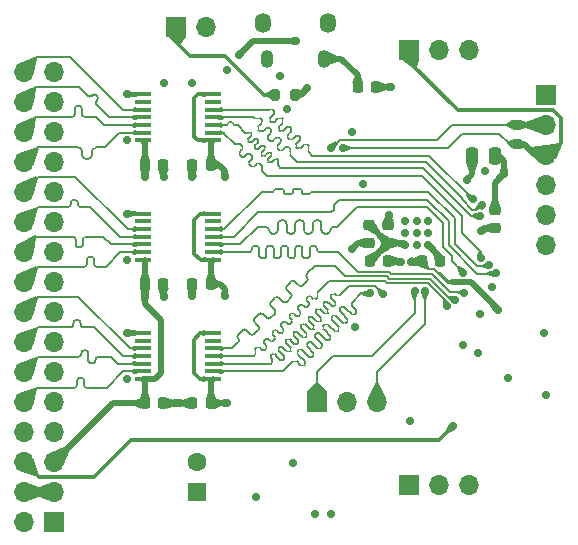
<source format=gbl>
G04 #@! TF.GenerationSoftware,KiCad,Pcbnew,8.0.8*
G04 #@! TF.CreationDate,2025-02-21T19:24:50+11:00*
G04 #@! TF.ProjectId,RP2350LevelShifter,52503233-3530-44c6-9576-656c53686966,rev?*
G04 #@! TF.SameCoordinates,Original*
G04 #@! TF.FileFunction,Copper,L4,Bot*
G04 #@! TF.FilePolarity,Positive*
%FSLAX46Y46*%
G04 Gerber Fmt 4.6, Leading zero omitted, Abs format (unit mm)*
G04 Created by KiCad (PCBNEW 8.0.8) date 2025-02-21 19:24:50*
%MOMM*%
%LPD*%
G01*
G04 APERTURE LIST*
G04 Aperture macros list*
%AMRoundRect*
0 Rectangle with rounded corners*
0 $1 Rounding radius*
0 $2 $3 $4 $5 $6 $7 $8 $9 X,Y pos of 4 corners*
0 Add a 4 corners polygon primitive as box body*
4,1,4,$2,$3,$4,$5,$6,$7,$8,$9,$2,$3,0*
0 Add four circle primitives for the rounded corners*
1,1,$1+$1,$2,$3*
1,1,$1+$1,$4,$5*
1,1,$1+$1,$6,$7*
1,1,$1+$1,$8,$9*
0 Add four rect primitives between the rounded corners*
20,1,$1+$1,$2,$3,$4,$5,0*
20,1,$1+$1,$4,$5,$6,$7,0*
20,1,$1+$1,$6,$7,$8,$9,0*
20,1,$1+$1,$8,$9,$2,$3,0*%
G04 Aperture macros list end*
G04 #@! TA.AperFunction,ComponentPad*
%ADD10R,1.700000X1.700000*%
G04 #@! TD*
G04 #@! TA.AperFunction,ComponentPad*
%ADD11O,1.700000X1.700000*%
G04 #@! TD*
G04 #@! TA.AperFunction,ComponentPad*
%ADD12R,1.600000X1.600000*%
G04 #@! TD*
G04 #@! TA.AperFunction,ComponentPad*
%ADD13C,1.600000*%
G04 #@! TD*
G04 #@! TA.AperFunction,ComponentPad*
%ADD14O,1.350000X1.700000*%
G04 #@! TD*
G04 #@! TA.AperFunction,ComponentPad*
%ADD15O,1.100000X1.500000*%
G04 #@! TD*
G04 #@! TA.AperFunction,HeatsinkPad*
%ADD16C,0.700000*%
G04 #@! TD*
G04 #@! TA.AperFunction,SMDPad,CuDef*
%ADD17R,1.475000X0.450000*%
G04 #@! TD*
G04 #@! TA.AperFunction,SMDPad,CuDef*
%ADD18RoundRect,0.225000X-0.225000X-0.250000X0.225000X-0.250000X0.225000X0.250000X-0.225000X0.250000X0*%
G04 #@! TD*
G04 #@! TA.AperFunction,SMDPad,CuDef*
%ADD19RoundRect,0.200000X-0.275000X0.200000X-0.275000X-0.200000X0.275000X-0.200000X0.275000X0.200000X0*%
G04 #@! TD*
G04 #@! TA.AperFunction,SMDPad,CuDef*
%ADD20RoundRect,0.225000X0.225000X0.250000X-0.225000X0.250000X-0.225000X-0.250000X0.225000X-0.250000X0*%
G04 #@! TD*
G04 #@! TA.AperFunction,SMDPad,CuDef*
%ADD21RoundRect,0.225000X-0.250000X0.225000X-0.250000X-0.225000X0.250000X-0.225000X0.250000X0.225000X0*%
G04 #@! TD*
G04 #@! TA.AperFunction,SMDPad,CuDef*
%ADD22RoundRect,0.200000X0.200000X0.275000X-0.200000X0.275000X-0.200000X-0.275000X0.200000X-0.275000X0*%
G04 #@! TD*
G04 #@! TA.AperFunction,SMDPad,CuDef*
%ADD23RoundRect,0.225000X0.250000X-0.225000X0.250000X0.225000X-0.250000X0.225000X-0.250000X-0.225000X0*%
G04 #@! TD*
G04 #@! TA.AperFunction,SMDPad,CuDef*
%ADD24RoundRect,0.250000X0.250000X0.475000X-0.250000X0.475000X-0.250000X-0.475000X0.250000X-0.475000X0*%
G04 #@! TD*
G04 #@! TA.AperFunction,ViaPad*
%ADD25C,0.700000*%
G04 #@! TD*
G04 #@! TA.AperFunction,Conductor*
%ADD26C,0.200000*%
G04 #@! TD*
G04 #@! TA.AperFunction,Conductor*
%ADD27C,0.500000*%
G04 #@! TD*
G04 #@! TA.AperFunction,Conductor*
%ADD28C,0.300000*%
G04 #@! TD*
G04 APERTURE END LIST*
D10*
X118490000Y-129550000D03*
D11*
X115950000Y-129550000D03*
X118490000Y-127010000D03*
X115950000Y-127010000D03*
X118490000Y-124470000D03*
X115950000Y-124470000D03*
X118490000Y-121930000D03*
X115950000Y-121930000D03*
X118490000Y-119390000D03*
X115950000Y-119390000D03*
X118490000Y-116850000D03*
X115950000Y-116850000D03*
X118490000Y-114310000D03*
X115950000Y-114310000D03*
X118490000Y-111770000D03*
X115950000Y-111770000D03*
X118490000Y-109230000D03*
X115950000Y-109230000D03*
X118490000Y-106690000D03*
X115950000Y-106690000D03*
X118490000Y-104150000D03*
X115950000Y-104150000D03*
X118490000Y-101610000D03*
X115950000Y-101610000D03*
X118490000Y-99070000D03*
X115950000Y-99070000D03*
X118490000Y-96530000D03*
X115950000Y-96530000D03*
X118490000Y-93990000D03*
X115950000Y-93990000D03*
X118490000Y-91450000D03*
X115950000Y-91450000D03*
D12*
X130641700Y-127010000D03*
D13*
X130641700Y-124510000D03*
D10*
X160197800Y-93395800D03*
D11*
X160197800Y-95935800D03*
X160197800Y-98475800D03*
X160197800Y-101015800D03*
X160197800Y-103555800D03*
X160197800Y-106095800D03*
D14*
X141693000Y-87327800D03*
D15*
X141383000Y-90327800D03*
X136543000Y-90327800D03*
D14*
X136233000Y-87327800D03*
D10*
X148590000Y-126410000D03*
D11*
X151130000Y-126410000D03*
X153670000Y-126410000D03*
D10*
X128874600Y-87655400D03*
D11*
X131414600Y-87655400D03*
D10*
X148590000Y-89611200D03*
D11*
X151130000Y-89611200D03*
X153670000Y-89611200D03*
D16*
X150200000Y-106062500D03*
X150200000Y-105062500D03*
X150200000Y-104062500D03*
X149200000Y-106062500D03*
X149200000Y-105062500D03*
X149200000Y-104062500D03*
X148200000Y-106062500D03*
X148200000Y-105062500D03*
X148200000Y-104062500D03*
D17*
X126062000Y-97250000D03*
X126062000Y-96600000D03*
X126062000Y-95950000D03*
X126062000Y-95300000D03*
X126062000Y-94650000D03*
X126062000Y-94000000D03*
X126062000Y-93350000D03*
X131938000Y-93350000D03*
X131938000Y-94000000D03*
X131938000Y-94650000D03*
X131938000Y-95300000D03*
X131938000Y-95950000D03*
X131938000Y-96600000D03*
X131938000Y-97250000D03*
D18*
X145250000Y-107450000D03*
X146800000Y-107450000D03*
D19*
X157683200Y-95911400D03*
X157683200Y-97561400D03*
D17*
X126062000Y-107350000D03*
X126062000Y-106700000D03*
X126062000Y-106050000D03*
X126062000Y-105400000D03*
X126062000Y-104750000D03*
X126062000Y-104100000D03*
X126062000Y-103450000D03*
X131938000Y-103450000D03*
X131938000Y-104100000D03*
X131938000Y-104750000D03*
X131938000Y-105400000D03*
X131938000Y-106050000D03*
X131938000Y-106700000D03*
X131938000Y-107350000D03*
D20*
X127775000Y-119500000D03*
X126225000Y-119500000D03*
X127775000Y-99300000D03*
X126225000Y-99300000D03*
X131775000Y-99300000D03*
X130225000Y-99300000D03*
D21*
X155829000Y-103136400D03*
X155829000Y-104686400D03*
D22*
X138887200Y-93370400D03*
X137237200Y-93370400D03*
D20*
X127775000Y-109400000D03*
X126225000Y-109400000D03*
D17*
X126062000Y-117450000D03*
X126062000Y-116800000D03*
X126062000Y-116150000D03*
X126062000Y-115500000D03*
X126062000Y-114850000D03*
X126062000Y-114200000D03*
X126062000Y-113550000D03*
X131938000Y-113550000D03*
X131938000Y-114200000D03*
X131938000Y-114850000D03*
X131938000Y-115500000D03*
X131938000Y-116150000D03*
X131938000Y-116800000D03*
X131938000Y-117450000D03*
D23*
X146800000Y-105950000D03*
X146800000Y-104400000D03*
D18*
X144208200Y-92710000D03*
X145758200Y-92710000D03*
D21*
X145200000Y-104400000D03*
X145200000Y-105950000D03*
D24*
X155803600Y-98602800D03*
X153903600Y-98602800D03*
D20*
X151225000Y-107450000D03*
X149675000Y-107450000D03*
X131775000Y-109400000D03*
X130225000Y-109400000D03*
X131775000Y-119500000D03*
X130225000Y-119500000D03*
D10*
X140770000Y-119380000D03*
D11*
X143310000Y-119380000D03*
X145850000Y-119380000D03*
D25*
X138988800Y-88823800D03*
X134162800Y-89992200D03*
X148753825Y-107499852D03*
X156057600Y-111607600D03*
X146850000Y-103550000D03*
X152298400Y-121412000D03*
X153436203Y-100558405D03*
X142951200Y-97876600D03*
X160147000Y-118821200D03*
X137668000Y-91821000D03*
X148640800Y-121005600D03*
X159994600Y-113588800D03*
X127787400Y-100355400D03*
X138715100Y-124550400D03*
X127787400Y-110464600D03*
X154432000Y-115214400D03*
X124650000Y-113550000D03*
X124650000Y-117450000D03*
X143950000Y-113050000D03*
X128950000Y-119500000D03*
X127787400Y-92379800D03*
X153100000Y-114600000D03*
X124650000Y-107350000D03*
X135590900Y-127446000D03*
X130200400Y-92379800D03*
X154559000Y-111963200D03*
X143764000Y-96530400D03*
X124650000Y-97250000D03*
X130225000Y-100355400D03*
X124650000Y-103450000D03*
X156591000Y-100050600D03*
X130200400Y-110439200D03*
X124650000Y-93325000D03*
X141991900Y-128842800D03*
X143747762Y-106415416D03*
X156921200Y-117398800D03*
X133185200Y-91300000D03*
X140620300Y-128842800D03*
X147066000Y-92696000D03*
X154687329Y-104930696D03*
X133185200Y-119500000D03*
X144653000Y-100924600D03*
X155600400Y-109651800D03*
X147854496Y-107534643D03*
X133000000Y-100350000D03*
X154965400Y-99847400D03*
X138226800Y-94615000D03*
X132950000Y-110450000D03*
X149929549Y-110033438D03*
X149029074Y-110014674D03*
X139966700Y-92824300D03*
X145268750Y-110200000D03*
X151758888Y-111300000D03*
X152467612Y-110744864D03*
X146387990Y-110287500D03*
X154580414Y-103630696D03*
X153978524Y-102245048D03*
X154638569Y-107237330D03*
X154728271Y-102742922D03*
X155899799Y-108498664D03*
X153250000Y-110125000D03*
X153175000Y-108437500D03*
X155354587Y-107782600D03*
X126212600Y-110464600D03*
X126238000Y-100330000D03*
X141986000Y-97876600D03*
D26*
X145389600Y-115468400D02*
X142138400Y-115468400D01*
X149029074Y-111828926D02*
X145389600Y-115468400D01*
X149029074Y-110014674D02*
X149029074Y-111828926D01*
X142138400Y-115468400D02*
X140770000Y-116836800D01*
X140770000Y-116836800D02*
X140770000Y-119380000D01*
X145850000Y-116862200D02*
X145850000Y-119380000D01*
X149929549Y-112782651D02*
X145850000Y-116862200D01*
X149929549Y-110033438D02*
X149929549Y-112782651D01*
D27*
X118490000Y-127010000D02*
X115950000Y-127010000D01*
X134162800Y-89992200D02*
X135331200Y-88823800D01*
X135331200Y-88823800D02*
X138988800Y-88823800D01*
X146800000Y-103600000D02*
X146850000Y-103550000D01*
D28*
X151180800Y-108585000D02*
X151866600Y-109270800D01*
D27*
X148803677Y-107450000D02*
X148753825Y-107499852D01*
D26*
X150698304Y-108147000D02*
X151136304Y-108585000D01*
D27*
X156057600Y-111556800D02*
X153771600Y-109270800D01*
X146800000Y-104400000D02*
X146800000Y-103600000D01*
D26*
X150133200Y-108147000D02*
X150698304Y-108147000D01*
D28*
X151866600Y-109270800D02*
X152171400Y-109270800D01*
D27*
X156057600Y-111607600D02*
X156057600Y-111556800D01*
X153771600Y-109270800D02*
X152171400Y-109270800D01*
X148753825Y-107499852D02*
X149625148Y-107499852D01*
D26*
X149675000Y-107688800D02*
X150133200Y-108147000D01*
X151136304Y-108585000D02*
X151180800Y-108585000D01*
D28*
X121869200Y-125730000D02*
X117210000Y-125730000D01*
X151104600Y-122605800D02*
X124993400Y-122605800D01*
X117210000Y-125730000D02*
X115950000Y-124470000D01*
X124993400Y-122605800D02*
X121869200Y-125730000D01*
X152298400Y-121412000D02*
X151104600Y-122605800D01*
D26*
X121413800Y-115330000D02*
X121413800Y-115882249D01*
X121653800Y-116122249D02*
X121773800Y-116122249D01*
X117144800Y-115570000D02*
X120573800Y-115570000D01*
X121053800Y-115017755D02*
X121173800Y-115017755D01*
X122013800Y-115882249D02*
X122013800Y-115810000D01*
X122253800Y-115570000D02*
X123367800Y-115570000D01*
X120813800Y-115330000D02*
X120813800Y-115257755D01*
X123946721Y-116148921D02*
X126062000Y-116148921D01*
X123367800Y-115570000D02*
X123946721Y-116148921D01*
X121413800Y-115257755D02*
X121413800Y-115330000D01*
X115950000Y-116764800D02*
X117144800Y-115570000D01*
X120813800Y-115257755D02*
G75*
G02*
X121053800Y-115017800I240000J-45D01*
G01*
X120573800Y-115570000D02*
G75*
G03*
X120813800Y-115330000I0J240000D01*
G01*
X121413800Y-115882249D02*
G75*
G03*
X121653800Y-116122300I240000J-51D01*
G01*
X121173800Y-115017755D02*
G75*
G02*
X121413845Y-115257755I0J-240045D01*
G01*
X122013800Y-115810000D02*
G75*
G02*
X122253800Y-115570000I240000J0D01*
G01*
X121773800Y-116122249D02*
G75*
G03*
X122013749Y-115882249I0J239949D01*
G01*
X116941600Y-95250000D02*
X120015000Y-95250000D01*
X120855000Y-94554723D02*
X120855000Y-95010000D01*
X120255000Y-95010000D02*
X120255000Y-94554723D01*
X122032797Y-95261197D02*
X122721600Y-95950000D01*
X121095000Y-95250000D02*
X122021600Y-95250000D01*
X115950000Y-96241600D02*
X116941600Y-95250000D01*
X122721600Y-95950000D02*
X126062000Y-95950000D01*
X120495000Y-94314723D02*
X120615000Y-94314723D01*
X122021600Y-95250000D02*
X122032797Y-95261197D01*
X120855000Y-95010000D02*
G75*
G03*
X121095000Y-95250000I240000J0D01*
G01*
X120615000Y-94314723D02*
G75*
G02*
X120854977Y-94554723I0J-239977D01*
G01*
X120015000Y-95250000D02*
G75*
G03*
X120255000Y-95010000I0J240000D01*
G01*
X120255000Y-94554723D02*
G75*
G02*
X120495000Y-94314700I240000J23D01*
G01*
X120343400Y-106062952D02*
X120343400Y-105624600D01*
X122656600Y-105384600D02*
X121183400Y-105384600D01*
X126062000Y-106050000D02*
X123322000Y-106050000D01*
X123322000Y-106050000D02*
X122656600Y-105384600D01*
X116890800Y-105384600D02*
X120103400Y-105384600D01*
X120943400Y-105624600D02*
X120943400Y-106062952D01*
X116890800Y-105384600D02*
X115950000Y-106325400D01*
X120703400Y-106302952D02*
X120583400Y-106302952D01*
X120583400Y-106302952D02*
G75*
G02*
X120343448Y-106062952I0J239952D01*
G01*
X120943400Y-106062952D02*
G75*
G02*
X120703400Y-106303000I-240000J-48D01*
G01*
X121183400Y-105384600D02*
G75*
G03*
X120943400Y-105624600I0J-240000D01*
G01*
X120343400Y-105624600D02*
G75*
G03*
X120103400Y-105384600I-240000J0D01*
G01*
X120548400Y-110490000D02*
X124907321Y-114848921D01*
X117068600Y-110490000D02*
X120548400Y-110490000D01*
X115950000Y-111608600D02*
X117068600Y-110490000D01*
X124907321Y-114848921D02*
X126062000Y-114848921D01*
X121058200Y-117580816D02*
X121058200Y-117946200D01*
X124348679Y-116798921D02*
X126062000Y-116798921D01*
X121298200Y-118186200D02*
X122961400Y-118186200D01*
X117043200Y-118186200D02*
X120218200Y-118186200D01*
X120698200Y-117340816D02*
X120818200Y-117340816D01*
X115950000Y-119279400D02*
X117043200Y-118186200D01*
X122961400Y-118186200D02*
X124348679Y-116798921D01*
X120458200Y-117946200D02*
X120458200Y-117580816D01*
X120818200Y-117340816D02*
G75*
G02*
X121058184Y-117580816I0J-239984D01*
G01*
X120218200Y-118186200D02*
G75*
G03*
X120458200Y-117946200I0J240000D01*
G01*
X120458200Y-117580816D02*
G75*
G02*
X120698200Y-117340800I240000J16D01*
G01*
X121058200Y-117946200D02*
G75*
G03*
X121298200Y-118186200I240000J0D01*
G01*
X120150485Y-102283249D02*
X120270485Y-102283249D01*
X119910485Y-102655400D02*
X119910485Y-102523249D01*
X115950000Y-104090200D02*
X117144800Y-102895400D01*
X120510485Y-102523249D02*
X120510485Y-102655400D01*
X117144800Y-102895400D02*
X119670485Y-102895400D01*
X120750485Y-102895400D02*
X121564400Y-102895400D01*
X121564400Y-102895400D02*
X124069000Y-105400000D01*
X124069000Y-105400000D02*
X126062000Y-105400000D01*
X120270485Y-102283249D02*
G75*
G02*
X120510451Y-102523249I15J-239951D01*
G01*
X120510485Y-102655400D02*
G75*
G03*
X120750485Y-102895415I240015J0D01*
G01*
X119670485Y-102895400D02*
G75*
G03*
X119910500Y-102655400I15J240000D01*
G01*
X119910485Y-102523249D02*
G75*
G02*
X120150485Y-102283185I240015J49D01*
G01*
X119888000Y-90220800D02*
X117043200Y-90220800D01*
X126062000Y-94650000D02*
X124317200Y-94650000D01*
X117043200Y-90220800D02*
X115950000Y-91314000D01*
X124317200Y-94650000D02*
X119888000Y-90220800D01*
X117179200Y-97840800D02*
X115950000Y-99070000D01*
X121383000Y-98808242D02*
X121217000Y-98808242D01*
X126062000Y-96600000D02*
X124024400Y-96600000D01*
X120885000Y-98476242D02*
X120885000Y-98172800D01*
X124024400Y-96600000D02*
X122783600Y-97840800D01*
X121715000Y-98172800D02*
X121715000Y-98476242D01*
X122783600Y-97840800D02*
X122047000Y-97840800D01*
X117179200Y-97840800D02*
X120553000Y-97840800D01*
X122047000Y-97840800D02*
G75*
G03*
X121715000Y-98172800I0J-332000D01*
G01*
X121217000Y-98808242D02*
G75*
G02*
X120884958Y-98476242I0J332042D01*
G01*
X120885000Y-98172800D02*
G75*
G03*
X120553000Y-97840800I-332000J0D01*
G01*
X121715000Y-98476242D02*
G75*
G02*
X121383000Y-98808200I-332000J42D01*
G01*
X120753400Y-112685451D02*
X120753400Y-112840800D01*
X115950000Y-114250200D02*
X117119400Y-113080800D01*
X121930800Y-113080800D02*
X124348921Y-115498921D01*
X117119400Y-113080800D02*
X119913400Y-113080800D01*
X124348921Y-115498921D02*
X126062000Y-115498921D01*
X120153400Y-112840800D02*
X120153400Y-112685451D01*
X120993400Y-113080800D02*
X121930800Y-113080800D01*
X120393400Y-112445451D02*
X120513400Y-112445451D01*
X120753400Y-112840800D02*
G75*
G03*
X120993400Y-113080800I240000J0D01*
G01*
X119913400Y-113080800D02*
G75*
G03*
X120153400Y-112840800I0J240000D01*
G01*
X120513400Y-112445451D02*
G75*
G02*
X120753349Y-112685451I0J-239949D01*
G01*
X120153400Y-112685451D02*
G75*
G02*
X120393400Y-112445400I240000J51D01*
G01*
X121687912Y-93459301D02*
X121743668Y-93403542D01*
X122112174Y-94222975D02*
X123189200Y-95300000D01*
X122167932Y-93827807D02*
X122112173Y-93883563D01*
X116865400Y-92760800D02*
X120650000Y-92760800D01*
X120650000Y-92760800D02*
X121348500Y-93459300D01*
X123189200Y-95300000D02*
X126062000Y-95300000D01*
X122083080Y-93403543D02*
X122167932Y-93488395D01*
X115950000Y-93676200D02*
X116865400Y-92760800D01*
X121348500Y-93459300D02*
G75*
G03*
X121687905Y-93459295I169700J169700D01*
G01*
X122112173Y-93883563D02*
G75*
G03*
X122112142Y-94223006I169727J-169737D01*
G01*
X121743668Y-93403542D02*
G75*
G02*
X122083106Y-93403516I169732J-169758D01*
G01*
X122167932Y-93488395D02*
G75*
G02*
X122167931Y-93827806I-169732J-169705D01*
G01*
X124739800Y-104750000D02*
X126062000Y-104750000D01*
X120319800Y-100330000D02*
X124739800Y-104750000D01*
X117119400Y-100330000D02*
X120319800Y-100330000D01*
X115950000Y-101499400D02*
X117119400Y-100330000D01*
X117043200Y-107950000D02*
X121056400Y-107950000D01*
X121896400Y-107346520D02*
X121896400Y-107710000D01*
X122136400Y-107950000D02*
X122885200Y-107950000D01*
X115950000Y-109043200D02*
X117043200Y-107950000D01*
X121536400Y-107106520D02*
X121656400Y-107106520D01*
X122885200Y-107950000D02*
X124135200Y-106700000D01*
X121296400Y-107710000D02*
X121296400Y-107346520D01*
X124135200Y-106700000D02*
X126062000Y-106700000D01*
X121056400Y-107950000D02*
G75*
G03*
X121296400Y-107710000I0J240000D01*
G01*
X121296400Y-107346520D02*
G75*
G02*
X121536400Y-107106500I240000J20D01*
G01*
X121896400Y-107710000D02*
G75*
G03*
X122136400Y-107950000I240000J0D01*
G01*
X121656400Y-107106520D02*
G75*
G02*
X121896380Y-107346520I0J-239980D01*
G01*
D27*
X153436203Y-100558405D02*
X153898600Y-100096008D01*
X153898600Y-100096008D02*
X153898600Y-98607800D01*
D26*
X157073600Y-97561400D02*
X157683200Y-97561400D01*
D27*
X158292800Y-97561400D02*
X159207200Y-98475800D01*
D28*
X148590000Y-90576400D02*
X152679400Y-94665800D01*
X160756600Y-94665800D02*
X161467800Y-95377000D01*
D26*
X153009600Y-96697800D02*
X156210000Y-96697800D01*
D28*
X152679400Y-94665800D02*
X160756600Y-94665800D01*
X148590000Y-89611200D02*
X148590000Y-90576400D01*
D27*
X157683200Y-97561400D02*
X158292800Y-97561400D01*
D28*
X161467800Y-97459800D02*
X160451800Y-98475800D01*
D27*
X159207200Y-98475800D02*
X160197800Y-98475800D01*
D26*
X151830800Y-97876600D02*
X153009600Y-96697800D01*
X156210000Y-96697800D02*
X157073600Y-97561400D01*
D28*
X161467800Y-95377000D02*
X161467800Y-97459800D01*
D26*
X142951200Y-97876600D02*
X151830800Y-97876600D01*
D27*
X127775000Y-100343000D02*
X127775000Y-99300000D01*
X130225000Y-119500000D02*
X128950000Y-119500000D01*
X146750000Y-105950000D02*
X145200000Y-104400000D01*
D28*
X126062000Y-103450000D02*
X124650000Y-103450000D01*
D27*
X142804200Y-90327800D02*
X141383000Y-90327800D01*
X156591000Y-100050600D02*
X156591000Y-99009200D01*
X144208200Y-91731800D02*
X142804200Y-90327800D01*
X156184600Y-98602800D02*
X155803600Y-98602800D01*
X148087500Y-105950000D02*
X148200000Y-106062500D01*
D28*
X126062000Y-93350000D02*
X124675000Y-93350000D01*
D27*
X151225000Y-107087500D02*
X150200000Y-106062500D01*
X127775000Y-119500000D02*
X128950000Y-119500000D01*
X155829000Y-100812600D02*
X156591000Y-100050600D01*
X130225000Y-100355400D02*
X130225000Y-99300000D01*
X130200400Y-110439200D02*
X130225000Y-110414600D01*
X130225000Y-110414600D02*
X130225000Y-109400000D01*
X127787400Y-110464600D02*
X127775000Y-110452200D01*
X145300000Y-107450000D02*
X146800000Y-105950000D01*
X151225000Y-107450000D02*
X151225000Y-107087500D01*
X146800000Y-105950000D02*
X148087500Y-105950000D01*
D28*
X126062000Y-113550000D02*
X124650000Y-113550000D01*
D27*
X127775000Y-110452200D02*
X127775000Y-109400000D01*
X156591000Y-99009200D02*
X156184600Y-98602800D01*
X127787400Y-100355400D02*
X127775000Y-100343000D01*
X144208200Y-92710000D02*
X144208200Y-91731800D01*
X155829000Y-103136400D02*
X155829000Y-100812600D01*
D28*
X124675000Y-93350000D02*
X124650000Y-93325000D01*
D27*
X147769853Y-107450000D02*
X146800000Y-107450000D01*
X133000000Y-99850000D02*
X133000000Y-100350000D01*
X147052000Y-92710000D02*
X145719800Y-92710000D01*
X131775000Y-117638000D02*
X131938000Y-117475000D01*
X145200000Y-105950000D02*
X144213178Y-105950000D01*
X131775000Y-107538000D02*
X131938000Y-107375000D01*
X131775000Y-109400000D02*
X132550000Y-109400000D01*
D28*
X130350000Y-116899500D02*
X130900500Y-117450000D01*
X130400000Y-106824500D02*
X130925500Y-107350000D01*
D27*
X131775000Y-119500000D02*
X131775000Y-117638000D01*
X131775000Y-99300000D02*
X132450000Y-99300000D01*
X144213178Y-105950000D02*
X143747762Y-106415416D01*
D28*
X130350000Y-114100500D02*
X130350000Y-116899500D01*
X130700000Y-97250000D02*
X130400000Y-96950000D01*
D27*
X147854496Y-107534643D02*
X147769853Y-107450000D01*
D28*
X130900500Y-113550000D02*
X130350000Y-114100500D01*
D27*
X147066000Y-92696000D02*
X147052000Y-92710000D01*
X131775000Y-99300000D02*
X131775000Y-97413000D01*
D28*
X130900500Y-117450000D02*
X131938000Y-117450000D01*
X131938000Y-113550000D02*
X130900500Y-113550000D01*
D27*
X131775000Y-109400000D02*
X131775000Y-107538000D01*
D28*
X130925500Y-107350000D02*
X131938000Y-107350000D01*
D27*
X131913000Y-97275000D02*
X131938000Y-97275000D01*
X131775000Y-97413000D02*
X131913000Y-97275000D01*
X132550000Y-109400000D02*
X132950000Y-109800000D01*
D28*
X131938000Y-103450000D02*
X130900500Y-103450000D01*
D27*
X132950000Y-109800000D02*
X132950000Y-110450000D01*
D28*
X130700000Y-93350000D02*
X131938000Y-93350000D01*
D27*
X155829000Y-104686400D02*
X154931625Y-104686400D01*
X132450000Y-99300000D02*
X133000000Y-99850000D01*
D28*
X130400000Y-103950500D02*
X130400000Y-106824500D01*
D27*
X154931625Y-104686400D02*
X154687329Y-104930696D01*
D28*
X130400000Y-93650000D02*
X130700000Y-93350000D01*
X130900500Y-103450000D02*
X130400000Y-103950500D01*
X130400000Y-96950000D02*
X130400000Y-93650000D01*
X131938000Y-97250000D02*
X130700000Y-97250000D01*
D27*
X133185200Y-119500000D02*
X131775000Y-119500000D01*
D28*
X132969000Y-90068400D02*
X136271000Y-93370400D01*
X128874600Y-87655400D02*
X128874600Y-88920400D01*
X128874600Y-88920400D02*
X130022600Y-90068400D01*
X136271000Y-93370400D02*
X137237200Y-93370400D01*
X130022600Y-90068400D02*
X132969000Y-90068400D01*
D27*
X138887200Y-93370400D02*
X139420600Y-93370400D01*
X139420600Y-93370400D02*
X139966700Y-92824300D01*
D26*
X143728325Y-111271375D02*
X144060250Y-111603300D01*
X139617196Y-115094004D02*
X139486734Y-114963542D01*
X142257125Y-113406427D02*
X141780951Y-112930253D01*
X140453984Y-115498040D02*
X140381857Y-115570168D01*
X140605103Y-113918156D02*
X140699072Y-114012125D01*
X142832008Y-111357270D02*
X142732344Y-111456933D01*
X140093359Y-115570167D02*
X139617198Y-115094006D01*
X140699072Y-114012125D02*
X140699073Y-114012127D01*
X140777790Y-113557532D02*
X140605103Y-113730218D01*
X139256572Y-115454628D02*
X139732718Y-115930774D01*
X143223449Y-111487751D02*
X143092968Y-111357270D01*
X144511200Y-110200000D02*
X143728325Y-110982875D01*
X140699073Y-114012127D02*
X141175246Y-114488300D01*
X142141575Y-112569625D02*
X142617750Y-113045800D01*
X141420323Y-113290874D02*
X141420324Y-113290876D01*
X139372093Y-116291401D02*
X139040197Y-115959505D01*
X139617198Y-115094006D02*
X139617196Y-115094004D01*
X137911200Y-116800000D02*
X138679571Y-116031630D01*
X140814621Y-114848927D02*
X140338449Y-114372755D01*
X138751697Y-115959506D02*
X138679571Y-116031630D01*
X137911200Y-116800000D02*
X131938000Y-116800000D01*
X142978346Y-112685148D02*
X142502201Y-112209003D01*
X141059698Y-113651502D02*
X140965728Y-113557532D01*
X141780949Y-112930251D02*
X141669320Y-112818622D01*
X141780951Y-112930253D02*
X141780949Y-112930251D01*
X143223450Y-111487753D02*
X143699624Y-111963927D01*
X139225812Y-114963542D02*
X139126109Y-115063244D01*
X142617750Y-113334300D02*
X142545623Y-113406428D01*
X141896486Y-114055538D02*
X141824359Y-114127666D01*
X142732344Y-111717894D02*
X142862824Y-111848374D01*
X145268750Y-110200000D02*
X144511200Y-110200000D01*
X139732718Y-116219274D02*
X139660591Y-116291402D01*
X142011112Y-112439163D02*
X142141573Y-112569624D01*
X139977822Y-114733378D02*
X140453984Y-115209540D01*
X142141573Y-112569624D02*
X142141575Y-112569625D01*
X139256570Y-115454627D02*
X139256572Y-115454628D01*
X144060249Y-111891800D02*
X143988124Y-111963926D01*
X142502201Y-112209003D02*
X142502199Y-112209001D01*
X141175246Y-114776800D02*
X141103119Y-114848928D01*
X142502199Y-112209001D02*
X142371737Y-112078539D01*
X141446064Y-112818622D02*
X141308695Y-112955990D01*
X139977822Y-114733376D02*
X139977822Y-114733378D01*
X142862825Y-111848375D02*
X143338971Y-112324521D01*
X142110815Y-112078539D02*
X142011112Y-112178241D01*
X143338971Y-112613021D02*
X143266844Y-112685149D01*
X140338449Y-114372755D02*
X140338447Y-114372753D01*
X139901529Y-114657083D02*
X139977822Y-114733376D01*
X141308695Y-113179246D02*
X141420323Y-113290874D01*
X141059700Y-113651504D02*
X141059698Y-113651502D01*
X139126109Y-115324166D02*
X139256570Y-115454627D01*
X142862824Y-111848374D02*
X142862825Y-111848375D01*
X141420324Y-113290876D02*
X141896486Y-113767038D01*
X143223450Y-111487753D02*
X143223449Y-111487751D01*
X140109567Y-114296459D02*
X139901529Y-114504496D01*
X141535861Y-114127665D02*
X141059700Y-113651504D01*
X140338447Y-114372753D02*
X140262153Y-114296459D01*
X141669320Y-112818622D02*
G75*
G03*
X141446064Y-112818622I-111628J-111627D01*
G01*
X142732344Y-111456933D02*
G75*
G03*
X142732357Y-111717880I130456J-130467D01*
G01*
X143728325Y-110982875D02*
G75*
G03*
X143728350Y-111271350I144275J-144225D01*
G01*
X143988124Y-111963926D02*
G75*
G02*
X143699651Y-111963901I-144224J144226D01*
G01*
X139660591Y-116291402D02*
G75*
G02*
X139372050Y-116291444I-144291J144202D01*
G01*
X139901529Y-114504496D02*
G75*
G03*
X139901518Y-114657094I76271J-76304D01*
G01*
X143338971Y-112324521D02*
G75*
G02*
X143339000Y-112613050I-144271J-144279D01*
G01*
X142371737Y-112078539D02*
G75*
G03*
X142110815Y-112078539I-130461J-130460D01*
G01*
X141103119Y-114848928D02*
G75*
G02*
X140814651Y-114848898I-144219J144228D01*
G01*
X140262153Y-114296459D02*
G75*
G03*
X140109567Y-114296459I-76293J-76292D01*
G01*
X139732718Y-115930774D02*
G75*
G02*
X139732694Y-116219250I-144218J-144226D01*
G01*
X143266844Y-112685149D02*
G75*
G02*
X142978351Y-112685144I-144244J144249D01*
G01*
X140381857Y-115570168D02*
G75*
G02*
X140093351Y-115570176I-144257J144268D01*
G01*
X139040197Y-115959505D02*
G75*
G03*
X138751650Y-115959458I-144297J-144295D01*
G01*
X140453984Y-115209540D02*
G75*
G02*
X140453994Y-115498050I-144284J-144260D01*
G01*
X141175246Y-114488300D02*
G75*
G02*
X141175296Y-114776850I-144246J-144300D01*
G01*
X139126109Y-115063244D02*
G75*
G03*
X139126114Y-115324161I130491J-130456D01*
G01*
X142011112Y-112178241D02*
G75*
G03*
X142011114Y-112439161I130488J-130459D01*
G01*
X141308695Y-112955990D02*
G75*
G03*
X141308713Y-113179228I111605J-111610D01*
G01*
X140965728Y-113557532D02*
G75*
G03*
X140777790Y-113557532I-93969J-93970D01*
G01*
X143092968Y-111357270D02*
G75*
G03*
X142832008Y-111357270I-130480J-130479D01*
G01*
X139486734Y-114963542D02*
G75*
G03*
X139225812Y-114963542I-130461J-130460D01*
G01*
X141896486Y-113767038D02*
G75*
G02*
X141896498Y-114055550I-144286J-144262D01*
G01*
X142545623Y-113406428D02*
G75*
G02*
X142257151Y-113406402I-144223J144228D01*
G01*
X142617750Y-113045800D02*
G75*
G02*
X142617700Y-113334250I-144250J-144200D01*
G01*
X140605103Y-113730218D02*
G75*
G03*
X140605090Y-113918169I93997J-93982D01*
G01*
X141824359Y-114127666D02*
G75*
G02*
X141535851Y-114127676I-144259J144266D01*
G01*
X144060250Y-111603300D02*
G75*
G02*
X144060200Y-111891750I-144250J-144200D01*
G01*
X138912833Y-111988367D02*
X139015502Y-112091036D01*
X139994707Y-110906490D02*
X139994709Y-110906491D01*
X135926283Y-114771827D02*
X136027830Y-114873374D01*
X139376126Y-111730411D02*
X139273456Y-111627741D01*
X138552207Y-112348993D02*
X138449556Y-112246342D01*
X140355335Y-110545865D02*
X140456908Y-110647438D01*
X136388452Y-114512745D02*
X136388454Y-114512746D01*
X139273456Y-111627741D02*
X139273458Y-111627742D01*
X140817532Y-110083666D02*
X141751200Y-109150000D01*
X138654861Y-112451648D02*
X138552205Y-112348992D01*
X137830954Y-113070243D02*
X137830956Y-113070244D01*
X135401200Y-115500000D02*
X135557603Y-115343597D01*
X138088904Y-112606939D02*
X138191584Y-112709619D01*
X137470331Y-113430869D02*
X137573000Y-113533538D01*
X137830956Y-113070244D02*
X137728277Y-112967565D01*
X137057046Y-114254775D02*
X137212359Y-114099461D01*
X139634084Y-111267116D02*
X139736739Y-111369771D01*
X140097363Y-111009146D02*
X139994707Y-110906490D01*
X136027830Y-114873374D02*
X136027829Y-114873371D01*
X139942050Y-111369771D02*
X140097363Y-111214457D01*
X138191584Y-112709619D02*
X138191582Y-112709618D01*
X141751200Y-109150000D02*
X146538800Y-109150000D01*
X138499548Y-112812273D02*
X138654861Y-112656959D01*
X139220842Y-112091036D02*
X139376126Y-111935751D01*
X139634086Y-111267117D02*
X139634084Y-111267116D01*
X131938000Y-115500000D02*
X135401200Y-115500000D01*
X139531406Y-111164437D02*
X139634086Y-111267117D01*
X138449557Y-112041040D02*
X138604881Y-111885717D01*
X136285775Y-114204709D02*
X136441044Y-114049441D01*
X139170779Y-111319705D02*
X139326048Y-111164437D01*
X146538800Y-109150000D02*
X146735800Y-109347000D01*
X136749080Y-114152120D02*
X136851735Y-114254775D01*
X137007045Y-113483515D02*
X137162353Y-113328208D01*
X135557603Y-114937413D02*
X135723191Y-114771826D01*
X137728277Y-112762207D02*
X137883546Y-112606939D01*
X139994709Y-110906491D02*
X139892058Y-110803840D01*
X136027829Y-114873371D02*
X136130498Y-114976040D01*
X136749082Y-114152121D02*
X136749080Y-114152120D01*
X136335838Y-114976040D02*
X136491122Y-114820755D01*
X137109703Y-113791494D02*
X137109705Y-113791495D01*
X140252685Y-110443214D02*
X140355337Y-110545866D01*
X138912835Y-111988368D02*
X138912833Y-111988367D01*
X137109705Y-113791495D02*
X137007045Y-113688835D01*
X137367671Y-113328209D02*
X137470332Y-113430870D01*
X138191582Y-112709618D02*
X138294237Y-112812273D01*
X137470332Y-113430870D02*
X137470331Y-113430869D01*
X139892059Y-110598538D02*
X140047383Y-110443215D01*
X140355337Y-110545866D02*
X140355335Y-110545865D01*
X136646402Y-114049441D02*
X136749082Y-114152121D01*
X138810183Y-111885716D02*
X138912835Y-111988368D01*
X137778340Y-113533538D02*
X137933624Y-113378253D01*
X151758888Y-110943538D02*
X151758888Y-111300000D01*
X146735800Y-109347000D02*
X150162350Y-109347000D01*
X140660054Y-110647438D02*
X140817532Y-110489959D01*
X137212359Y-113894150D02*
X137109703Y-113791494D01*
X136491122Y-114615415D02*
X136388452Y-114512745D01*
X150162350Y-109347000D02*
X151758888Y-110943538D01*
X138552205Y-112348992D02*
X138552207Y-112348993D01*
X139273458Y-111627742D02*
X139170779Y-111525063D01*
X136388454Y-114512746D02*
X136285775Y-114410067D01*
X137933624Y-113172913D02*
X137830954Y-113070243D01*
X140817532Y-110286813D02*
G75*
G02*
X140817492Y-110083627I101568J101613D01*
G01*
X138654861Y-112656959D02*
G75*
G03*
X138654865Y-112451645I-102661J102659D01*
G01*
X139892058Y-110803840D02*
G75*
G02*
X139892069Y-110598549I102642J102640D01*
G01*
X140047383Y-110443215D02*
G75*
G02*
X140252651Y-110443248I102617J-102685D01*
G01*
X137933624Y-113378253D02*
G75*
G03*
X137933607Y-113172930I-102624J102653D01*
G01*
X136441044Y-114049441D02*
G75*
G02*
X136646402Y-114049441I102679J-102679D01*
G01*
X137573000Y-113533538D02*
G75*
G03*
X137778340Y-113533538I102670J102671D01*
G01*
X140097363Y-111214457D02*
G75*
G03*
X140097365Y-111009145I-102663J102657D01*
G01*
X138449556Y-112246342D02*
G75*
G02*
X138449565Y-112041049I102644J102642D01*
G01*
X139736739Y-111369771D02*
G75*
G03*
X139942050Y-111369772I102656J102657D01*
G01*
X140456908Y-110647438D02*
G75*
G03*
X140660054Y-110647438I101573J101573D01*
G01*
X135557603Y-115140505D02*
G75*
G02*
X135557644Y-114937454I101497J101505D01*
G01*
X136285775Y-114410067D02*
G75*
G02*
X136285787Y-114204721I102725J102667D01*
G01*
X136851735Y-114254775D02*
G75*
G03*
X137057046Y-114254776I102656J102657D01*
G01*
X139376126Y-111935751D02*
G75*
G03*
X139376107Y-111730430I-102626J102651D01*
G01*
X136491122Y-114820755D02*
G75*
G03*
X136491107Y-114615430I-102622J102655D01*
G01*
X139015502Y-112091036D02*
G75*
G03*
X139220842Y-112091036I102670J102671D01*
G01*
X137728277Y-112967565D02*
G75*
G02*
X137728291Y-112762221I102723J102665D01*
G01*
X137007045Y-113688835D02*
G75*
G02*
X137007070Y-113483540I102655J102635D01*
G01*
X136130498Y-114976040D02*
G75*
G03*
X136335838Y-114976040I102670J102671D01*
G01*
X137883546Y-112606939D02*
G75*
G02*
X138088904Y-112606939I102679J-102679D01*
G01*
X137162353Y-113328208D02*
G75*
G02*
X137367660Y-113328220I102647J-102692D01*
G01*
X140817532Y-110489959D02*
G75*
G03*
X140817518Y-110286827I-101532J101559D01*
G01*
X138294237Y-112812273D02*
G75*
G03*
X138499548Y-112812274I102656J102657D01*
G01*
X135723191Y-114771826D02*
G75*
G02*
X135926247Y-114771863I101509J-101574D01*
G01*
X135557603Y-115343597D02*
G75*
G03*
X135557554Y-115140554I-101503J101497D01*
G01*
X139170779Y-111525063D02*
G75*
G02*
X139170795Y-111319721I102721J102663D01*
G01*
X139326048Y-111164437D02*
G75*
G02*
X139531406Y-111164437I102679J-102679D01*
G01*
X138604881Y-111885717D02*
G75*
G02*
X138810151Y-111885748I102619J-102683D01*
G01*
X137212359Y-114099461D02*
G75*
G03*
X137212365Y-113894145I-102659J102661D01*
G01*
X136824749Y-112266149D02*
X137183892Y-111907005D01*
X133587400Y-114850000D02*
X134103700Y-114333700D01*
X138914813Y-109195807D02*
X139078204Y-109359198D01*
X138196528Y-110894358D02*
X138555678Y-110535207D01*
X139078204Y-109359198D02*
X139078203Y-109359197D01*
X138392308Y-110045092D02*
X138228918Y-109881702D01*
X134801020Y-113312750D02*
X134962837Y-113474567D01*
X135648730Y-112788670D02*
X135485352Y-112625292D01*
X131938000Y-114850000D02*
X133587400Y-114850000D01*
X137020519Y-111416881D02*
X136857141Y-111253503D01*
X138392305Y-110045091D02*
X138392308Y-110045092D01*
X137020517Y-111416880D02*
X137020519Y-111416881D01*
X143141600Y-108750000D02*
X146704486Y-108750000D01*
X137706416Y-110730987D02*
X137706414Y-110730986D01*
X136857142Y-110926747D02*
X137216281Y-110567609D01*
X134962836Y-113474564D02*
X135126208Y-113637936D01*
X146901485Y-108947000D02*
X150328036Y-108947000D01*
X142265400Y-107873800D02*
X143141600Y-108750000D01*
X136171248Y-111939397D02*
X136334627Y-112102776D01*
X137543037Y-110567608D02*
X137706416Y-110730987D01*
X135812100Y-112952042D02*
X135648727Y-112788669D01*
X138555678Y-110208464D02*
X138392305Y-110045091D01*
X137183892Y-111580255D02*
X137020517Y-111416880D01*
X150328036Y-108947000D02*
X152125900Y-110744864D01*
X139563718Y-109521035D02*
X139925934Y-109158818D01*
X135485353Y-112298536D02*
X135844492Y-111939398D01*
X139078203Y-109359197D02*
X139240041Y-109521035D01*
X134962837Y-113474567D02*
X134962836Y-113474564D01*
X137706414Y-110730986D02*
X137869786Y-110894358D01*
X136334627Y-112102776D02*
X136334625Y-112102775D01*
X140563600Y-107873800D02*
X142265400Y-107873800D01*
X135648727Y-112788669D02*
X135648730Y-112788670D01*
X139925934Y-108511464D02*
X140563600Y-107873800D01*
X134103700Y-113686436D02*
X134477388Y-113312749D01*
X135452950Y-113637936D02*
X135812100Y-113278785D01*
X136334625Y-112102775D02*
X136497999Y-112266149D01*
X146704486Y-108750000D02*
X146901485Y-108947000D01*
X138228919Y-109554920D02*
X138588033Y-109195807D01*
X152125900Y-110744864D02*
X152467612Y-110744864D01*
X136857141Y-111253503D02*
G75*
G02*
X136857116Y-110926721I163359J163403D01*
G01*
X134477388Y-113312749D02*
G75*
G02*
X134801017Y-113312753I161812J-161851D01*
G01*
X135812100Y-113278785D02*
G75*
G03*
X135812114Y-112952029I-163400J163385D01*
G01*
X138228918Y-109881702D02*
G75*
G02*
X138228907Y-109554908I163382J163402D01*
G01*
X134103700Y-114010068D02*
G75*
G02*
X134103748Y-113686484I161800J161768D01*
G01*
X137183892Y-111907005D02*
G75*
G03*
X137183922Y-111580225I-163392J163405D01*
G01*
X134103700Y-114333700D02*
G75*
G03*
X134103684Y-114010084I-161800J161800D01*
G01*
X135844492Y-111939398D02*
G75*
G02*
X136171277Y-111939367I163408J-163402D01*
G01*
X138555678Y-110535207D02*
G75*
G03*
X138555714Y-110208429I-163378J163407D01*
G01*
X137216281Y-110567609D02*
G75*
G02*
X137543077Y-110567567I163419J-163391D01*
G01*
X139240041Y-109521035D02*
G75*
G03*
X139563718Y-109521036I161839J161841D01*
G01*
X138588033Y-109195807D02*
G75*
G02*
X138914813Y-109195807I163390J-163391D01*
G01*
X137869786Y-110894358D02*
G75*
G03*
X138196528Y-110894358I163371J163373D01*
G01*
X136497999Y-112266149D02*
G75*
G03*
X136824749Y-112266149I163375J163375D01*
G01*
X135485352Y-112625292D02*
G75*
G02*
X135485338Y-112298521I163348J163392D01*
G01*
X135126208Y-113637936D02*
G75*
G03*
X135452950Y-113637936I163371J163373D01*
G01*
X139925934Y-109158818D02*
G75*
G03*
X139925914Y-108835162I-161834J161818D01*
G01*
X139925934Y-108835141D02*
G75*
G02*
X139925931Y-108511462I161866J161841D01*
G01*
X137833791Y-114725859D02*
X138061811Y-114953879D01*
X139742981Y-112816669D02*
X139971001Y-113044689D01*
X139334603Y-113681083D02*
X139562628Y-113909108D01*
X138061811Y-114953879D02*
X138061809Y-114953877D01*
X140061176Y-112243908D02*
X140124817Y-112180268D01*
X137907964Y-115818266D02*
X137971603Y-115754626D01*
X139652801Y-113362885D02*
X139424782Y-113134866D01*
X141015772Y-111543872D02*
X141243795Y-111771895D01*
X138380007Y-114635677D02*
X138380008Y-114635678D01*
X139971001Y-113044689D02*
X139970999Y-113044687D01*
X139334605Y-113681085D02*
X139334603Y-113681083D01*
X142643867Y-110371822D02*
X142707506Y-110308181D01*
X131938000Y-116150000D02*
X136865686Y-116150000D01*
X142198385Y-110817297D02*
X142198387Y-110817299D01*
X141019258Y-112565594D02*
X141082898Y-112501953D01*
X137197374Y-115362231D02*
X137425416Y-115590273D01*
X137971603Y-115500067D02*
X137743609Y-115272073D01*
X139110077Y-114474792D02*
X139173717Y-114411151D01*
X138698206Y-114317480D02*
X138855518Y-114474792D01*
X139016404Y-113999280D02*
X139016405Y-113999281D01*
X140418193Y-113237323D02*
X140481833Y-113173682D01*
X140697573Y-111607511D02*
X140761214Y-111543871D01*
X142251833Y-111259378D02*
X142322267Y-111188943D01*
X141561989Y-111453693D02*
X141561991Y-111453695D01*
X141615437Y-111895774D02*
X141685871Y-111825339D01*
X145706739Y-109550000D02*
X146387990Y-110231251D01*
X141243793Y-111771893D02*
X141367674Y-111895774D01*
X139424782Y-112880308D02*
X139488423Y-112816668D01*
X139880826Y-113590909D02*
X139652800Y-113362883D01*
X142707506Y-110308181D02*
X143465686Y-109550000D01*
X140925595Y-112090091D02*
X140697573Y-111862069D01*
X140481833Y-112919124D02*
X140289196Y-112726487D01*
X141561991Y-111453695D02*
X141333972Y-111225676D01*
X138151989Y-114153101D02*
X138215630Y-114089461D01*
X141880189Y-111135497D02*
X142004070Y-111259378D01*
X141652171Y-110907479D02*
X141880191Y-111135499D01*
X140289196Y-112726487D02*
X140289198Y-112726488D01*
X139173717Y-114156593D02*
X139016404Y-113999280D01*
X139016405Y-113999281D02*
X138788386Y-113771262D01*
X136865686Y-116150000D02*
X136979936Y-116035750D01*
X138788386Y-113516704D02*
X138852027Y-113453064D01*
X141082898Y-112247395D02*
X140925593Y-112090090D01*
X141970368Y-110589280D02*
X142198387Y-110817299D01*
X140607396Y-112408290D02*
X140764700Y-112565594D01*
X142322267Y-110941179D02*
X142198385Y-110817297D01*
X139817187Y-113909108D02*
X139880826Y-113845468D01*
X137743609Y-115272073D02*
X137743611Y-115272075D01*
X137425413Y-115590273D02*
X137653406Y-115818266D01*
X137743611Y-115272075D02*
X137515592Y-115044056D01*
X138473680Y-115111189D02*
X138537320Y-115047548D01*
X142288568Y-110271081D02*
X142389309Y-110371822D01*
X139652800Y-113362883D02*
X139652801Y-113362885D01*
X141243795Y-111771895D02*
X141243793Y-111771893D01*
X141970368Y-110334722D02*
X142034010Y-110271081D01*
X141333972Y-110971118D02*
X141397613Y-110907478D01*
X146387990Y-110231251D02*
X146387990Y-110287500D01*
X141880191Y-111135499D02*
X141880189Y-111135497D01*
X138061809Y-114953877D02*
X138219121Y-115111189D01*
X138380008Y-114635678D02*
X138151989Y-114407659D01*
X136979936Y-115781192D02*
X136879174Y-115680430D01*
X141685871Y-111577575D02*
X141561989Y-111453693D01*
X136879175Y-115425870D02*
X136942814Y-115362232D01*
X137425416Y-115590273D02*
X137425413Y-115590273D01*
X138537320Y-114792990D02*
X138380007Y-114635677D01*
X140607398Y-112408292D02*
X140607396Y-112408290D01*
X139106585Y-113453065D02*
X139334605Y-113681085D01*
X140289198Y-112726488D02*
X140061176Y-112498466D01*
X139970999Y-113044687D02*
X140163635Y-113237323D01*
X140379375Y-112180269D02*
X140607398Y-112408292D01*
X140925593Y-112090090D02*
X140925595Y-112090091D01*
X138698208Y-114317482D02*
X138698206Y-114317480D01*
X143465686Y-109550000D02*
X145706739Y-109550000D01*
X138470188Y-114089462D02*
X138698208Y-114317482D01*
X137515592Y-114789498D02*
X137579233Y-114725858D01*
X140163635Y-113237323D02*
G75*
G03*
X140418193Y-113237323I127279J127278D01*
G01*
X138788386Y-113771262D02*
G75*
G02*
X138788403Y-113516721I127314J127262D01*
G01*
X142004070Y-111259378D02*
G75*
G03*
X142251833Y-111259379I123882J123883D01*
G01*
X140481833Y-113173682D02*
G75*
G03*
X140481836Y-112919121I-127233J127282D01*
G01*
X139424782Y-113134866D02*
G75*
G02*
X139424795Y-112880321I127318J127266D01*
G01*
X137515592Y-115044056D02*
G75*
G02*
X137515615Y-114789521I127308J127256D01*
G01*
X140764700Y-112565594D02*
G75*
G03*
X141019258Y-112565594I127279J127278D01*
G01*
X139880826Y-113845468D02*
G75*
G03*
X139880815Y-113590920I-127326J127268D01*
G01*
X139173717Y-114411151D02*
G75*
G03*
X139173689Y-114156621I-127317J127251D01*
G01*
X137653406Y-115818266D02*
G75*
G03*
X137907964Y-115818266I127279J127278D01*
G01*
X142322267Y-111188943D02*
G75*
G03*
X142322228Y-110941218I-123867J123843D01*
G01*
X142389309Y-110371822D02*
G75*
G03*
X142643867Y-110371822I127279J127278D01*
G01*
X138219121Y-115111189D02*
G75*
G03*
X138473680Y-115111190I127280J127283D01*
G01*
X138215630Y-114089461D02*
G75*
G02*
X138470179Y-114089470I127270J-127239D01*
G01*
X141970368Y-110589280D02*
G75*
G02*
X141970367Y-110334721I127232J127280D01*
G01*
X137971603Y-115754626D02*
G75*
G03*
X137971650Y-115500021I-127303J127326D01*
G01*
X136879174Y-115680430D02*
G75*
G02*
X136879224Y-115425919I127326J127230D01*
G01*
X141685871Y-111825339D02*
G75*
G03*
X141685828Y-111577618I-123871J123839D01*
G01*
X138852027Y-113453064D02*
G75*
G02*
X139106579Y-113453071I127273J-127236D01*
G01*
X140697573Y-111862069D02*
G75*
G02*
X140697583Y-111607521I127327J127269D01*
G01*
X141082898Y-112501953D02*
G75*
G03*
X141082872Y-112247421I-127298J127253D01*
G01*
X141367674Y-111895774D02*
G75*
G03*
X141615437Y-111895775I123882J123883D01*
G01*
X136979936Y-116035750D02*
G75*
G03*
X136979907Y-115781221I-127236J127250D01*
G01*
X136942814Y-115362232D02*
G75*
G02*
X137197380Y-115362225I127286J-127268D01*
G01*
X138151989Y-114407659D02*
G75*
G02*
X138152009Y-114153121I127311J127259D01*
G01*
X142034010Y-110271081D02*
G75*
G02*
X142288568Y-110271081I127279J-127278D01*
G01*
X138855518Y-114474792D02*
G75*
G03*
X139110077Y-114474793I127280J127283D01*
G01*
X139488423Y-112816668D02*
G75*
G02*
X139742979Y-112816671I127277J-127232D01*
G01*
X141397613Y-110907478D02*
G75*
G02*
X141652179Y-110907470I127287J-127322D01*
G01*
X141333972Y-111225676D02*
G75*
G02*
X141333975Y-110971121I127228J127276D01*
G01*
X139562628Y-113909108D02*
G75*
G03*
X139817187Y-113909109I127280J127283D01*
G01*
X137579233Y-114725858D02*
G75*
G02*
X137833779Y-114725870I127267J-127242D01*
G01*
X140124817Y-112180268D02*
G75*
G02*
X140379380Y-112180265I127283J-127232D01*
G01*
X140061176Y-112498466D02*
G75*
G02*
X140061189Y-112243921I127324J127266D01*
G01*
X138537320Y-115047548D02*
G75*
G03*
X138537289Y-114793021I-127320J127248D01*
G01*
X140761214Y-111543871D02*
G75*
G02*
X141015779Y-111543864I127286J-127329D01*
G01*
X137642600Y-99542600D02*
X137662240Y-99542600D01*
X135522499Y-97899886D02*
X135579067Y-97956454D01*
X135207926Y-96856825D02*
X135195511Y-96869237D01*
X136848422Y-98271011D02*
X136904990Y-98327579D01*
X136653881Y-99031232D02*
X136710449Y-99087800D01*
X134912670Y-96586396D02*
X134925084Y-96573983D01*
X133769185Y-95950000D02*
X134050000Y-95950000D01*
X135648056Y-97548056D02*
X135522499Y-97673612D01*
X136088163Y-98465586D02*
X136144731Y-98522154D01*
X137514808Y-99414808D02*
X137642600Y-99542600D01*
X136936723Y-99087800D02*
X137062261Y-98962261D01*
X153770296Y-103630696D02*
X154580414Y-103630696D01*
X137062261Y-98962261D02*
X137175397Y-98849122D01*
X136496579Y-98396579D02*
X136622146Y-98271009D01*
X135773562Y-97422553D02*
X135648056Y-97548056D01*
X134956830Y-97334192D02*
X135013398Y-97390760D01*
X133369185Y-95714298D02*
X133533483Y-95714298D01*
X135151358Y-96573983D02*
X135207926Y-96630551D01*
X137470666Y-99119541D02*
X137458239Y-99131965D01*
X135930897Y-97830897D02*
X136056413Y-97705378D01*
X137662240Y-99542600D02*
X137713040Y-99593400D01*
X134050000Y-95950000D02*
X134686396Y-96586396D01*
X136282689Y-97705380D02*
X136339257Y-97761948D01*
X149733000Y-99593400D02*
X153770296Y-103630696D01*
X134956830Y-97107917D02*
X135195511Y-96869237D01*
X135805341Y-97956454D02*
X135930897Y-97830897D01*
X137175397Y-98849122D02*
X137187822Y-98836697D01*
X135716994Y-97139711D02*
X135773562Y-97196279D01*
X135365215Y-97265216D02*
X135365215Y-97265215D01*
X137458239Y-99358239D02*
X137514808Y-99414808D01*
X135365215Y-97265215D02*
X135490718Y-97139709D01*
X136779420Y-98679420D02*
X136653881Y-98804958D01*
X135239672Y-97390760D02*
X135365215Y-97265216D01*
X137713040Y-99593400D02*
X149733000Y-99593400D01*
X137414098Y-98836699D02*
X137470666Y-98893267D01*
X131938000Y-95950000D02*
X133133483Y-95950000D01*
X136339257Y-97988222D02*
X136213738Y-98113738D01*
X136213738Y-98113738D02*
X136088163Y-98239312D01*
X136371005Y-98522154D02*
X136496579Y-98396579D01*
X136904990Y-98553853D02*
X136779420Y-98679420D01*
X136339257Y-97761948D02*
G75*
G02*
X136339272Y-97988237I-113157J-113152D01*
G01*
X136088163Y-98239312D02*
G75*
G03*
X136088212Y-98465537I113137J-113088D01*
G01*
X133533483Y-95714298D02*
G75*
G02*
X133651302Y-95832149I17J-117802D01*
G01*
X135013398Y-97390760D02*
G75*
G03*
X135239672Y-97390760I113137J113137D01*
G01*
X135207926Y-96630551D02*
G75*
G02*
X135207938Y-96856837I-113126J-113149D01*
G01*
X136653881Y-98804958D02*
G75*
G03*
X136653876Y-99031237I113119J-113142D01*
G01*
X136056413Y-97705378D02*
G75*
G02*
X136282639Y-97705430I113087J-113122D01*
G01*
X136622146Y-98271009D02*
G75*
G02*
X136848439Y-98270994I113154J-113191D01*
G01*
X134956830Y-97107917D02*
G75*
G03*
X134956784Y-97334237I113170J-113183D01*
G01*
X135773562Y-97196279D02*
G75*
G02*
X135773546Y-97422537I-113162J-113121D01*
G01*
X134925084Y-96573983D02*
G75*
G02*
X135151358Y-96573983I113137J-113137D01*
G01*
X137470666Y-98893267D02*
G75*
G02*
X137470662Y-99119537I-113166J-113133D01*
G01*
X133251334Y-95832149D02*
G75*
G02*
X133369185Y-95714234I117866J49D01*
G01*
X135579067Y-97956454D02*
G75*
G03*
X135805341Y-97956454I113137J113137D01*
G01*
X135522499Y-97673612D02*
G75*
G03*
X135522548Y-97899837I113101J-113088D01*
G01*
X136904990Y-98327579D02*
G75*
G02*
X136904974Y-98553837I-113090J-113121D01*
G01*
X134686396Y-96586396D02*
G75*
G03*
X134912670Y-96586396I113137J113137D01*
G01*
X137187822Y-98836697D02*
G75*
G02*
X137414139Y-98836658I113178J-113103D01*
G01*
X136710449Y-99087800D02*
G75*
G03*
X136936723Y-99087800I113137J113137D01*
G01*
X136144731Y-98522154D02*
G75*
G03*
X136371005Y-98522154I113137J113137D01*
G01*
X135490718Y-97139709D02*
G75*
G02*
X135717039Y-97139666I113182J-113191D01*
G01*
X133133483Y-95950000D02*
G75*
G03*
X133251400Y-95832149I17J117900D01*
G01*
X137458239Y-99131965D02*
G75*
G03*
X137458241Y-99358237I113161J-113135D01*
G01*
X133651334Y-95832149D02*
G75*
G03*
X133769185Y-95949966I117866J49D01*
G01*
X139179345Y-97370945D02*
X139034595Y-97515694D01*
X137708563Y-95900163D02*
X137563819Y-96044906D01*
X136973169Y-95164771D02*
X136973172Y-95164772D01*
X139245903Y-96858498D02*
X139324096Y-96936691D01*
X137340866Y-95532465D02*
X137340867Y-95532467D01*
X137340867Y-95532467D02*
X137485594Y-95387737D01*
X138666900Y-97147997D02*
X138811648Y-97003248D01*
X137853291Y-95755434D02*
X137708561Y-95900161D01*
X138076258Y-96267858D02*
X138220985Y-96123128D01*
X140335000Y-98526600D02*
X140413193Y-98526600D01*
X137708561Y-95900161D02*
X137708563Y-95900163D01*
X138811648Y-97003248D02*
X138811649Y-97003249D01*
X138443954Y-96635554D02*
X138299205Y-96780302D01*
X136828432Y-95598987D02*
X136906650Y-95677205D01*
X139179343Y-97370943D02*
X139179345Y-97370945D01*
X138076257Y-96267857D02*
X138076258Y-96267858D01*
X140413193Y-98526600D02*
X150260076Y-98526600D01*
X139547040Y-97738640D02*
X139691415Y-97594262D01*
X131938000Y-94650000D02*
X136458400Y-94650000D01*
X138299205Y-97069797D02*
X138377405Y-97147997D01*
X137196127Y-95677205D02*
X137340866Y-95532465D01*
X137775052Y-95387738D02*
X137853290Y-95465976D01*
X137035760Y-94650000D02*
X137117510Y-94731750D01*
X137117511Y-95020432D02*
X136973169Y-95164771D01*
X139402290Y-97883389D02*
X139547039Y-97738639D01*
X139324096Y-97226193D02*
X139179343Y-97370943D01*
X140059112Y-98250711D02*
X140335000Y-98526600D01*
X138510443Y-96123129D02*
X138588681Y-96201367D01*
X137931514Y-96412601D02*
X138076257Y-96267857D01*
X138811649Y-97003249D02*
X138956399Y-96858496D01*
X150260076Y-98526600D02*
X153978524Y-102245048D01*
X139980169Y-97594263D02*
X140059111Y-97673205D01*
X139034595Y-97805192D02*
X139112792Y-97883389D01*
X138588682Y-96490825D02*
X138443952Y-96635552D01*
X138443952Y-96635552D02*
X138443954Y-96635554D01*
X136973172Y-95164772D02*
X136828432Y-95309511D01*
X137563819Y-96334393D02*
X137642027Y-96412601D01*
X139547039Y-97738639D02*
X139547040Y-97738640D01*
X137117510Y-94731750D02*
G75*
G02*
X137117520Y-95020441I-144310J-144350D01*
G01*
X138377405Y-97147997D02*
G75*
G03*
X138666900Y-97147998I144748J144749D01*
G01*
X138220985Y-96123128D02*
G75*
G02*
X138510430Y-96123142I144715J-144772D01*
G01*
X136828432Y-95309511D02*
G75*
G03*
X136828481Y-95598938I144768J-144689D01*
G01*
X138299205Y-96780302D02*
G75*
G03*
X138299254Y-97069748I144795J-144698D01*
G01*
X139691415Y-97594262D02*
G75*
G02*
X139980178Y-97594254I144385J-144338D01*
G01*
X139112792Y-97883389D02*
G75*
G03*
X139402290Y-97883389I144749J144749D01*
G01*
X136747080Y-94650000D02*
G75*
G02*
X137035760Y-94650000I144340J-144339D01*
G01*
X138588681Y-96201367D02*
G75*
G02*
X138588686Y-96490829I-144681J-144733D01*
G01*
X139034595Y-97515694D02*
G75*
G03*
X139034638Y-97805149I144705J-144706D01*
G01*
X137642027Y-96412601D02*
G75*
G03*
X137931514Y-96412602I144744J144746D01*
G01*
X137853290Y-95465976D02*
G75*
G02*
X137853286Y-95755428I-144690J-144724D01*
G01*
X137485594Y-95387737D02*
G75*
G02*
X137775030Y-95387760I144706J-144763D01*
G01*
X138956399Y-96858496D02*
G75*
G02*
X139245853Y-96858548I144701J-144704D01*
G01*
X139324096Y-96936691D02*
G75*
G02*
X139324054Y-97226151I-144796J-144709D01*
G01*
X140059111Y-97673205D02*
G75*
G02*
X140059130Y-97961976I-144411J-144395D01*
G01*
X136906650Y-95677205D02*
G75*
G03*
X137196127Y-95677206I144739J144741D01*
G01*
X140059112Y-97961959D02*
G75*
G03*
X140059147Y-98250676I144388J-144341D01*
G01*
X136458400Y-94650000D02*
G75*
G03*
X136747080Y-94650000I144340J144339D01*
G01*
X137563819Y-96044906D02*
G75*
G03*
X137563868Y-96334344I144781J-144694D01*
G01*
X134751440Y-98500940D02*
X134870885Y-98381492D01*
X135929730Y-99201831D02*
X136101152Y-99373253D01*
X144383761Y-100274600D02*
X149626800Y-100274600D01*
X134632006Y-98620375D02*
X134751440Y-98500940D01*
X134460657Y-97971482D02*
X134341318Y-98090818D01*
X144379161Y-100279200D02*
X144383761Y-100274600D01*
X136529700Y-100279200D02*
X144379161Y-100279200D01*
X134341318Y-98090818D02*
X134341320Y-98090820D01*
X135452235Y-99440626D02*
X135571680Y-99321180D01*
X134341320Y-98090820D02*
X134221885Y-98210254D01*
X153009600Y-105079800D02*
X154638569Y-106708769D01*
X154638569Y-106708769D02*
X154638569Y-107237330D01*
X134288340Y-97560490D02*
X134460656Y-97732806D01*
X136101152Y-99850651D02*
X136529700Y-100279200D01*
X132850500Y-96600000D02*
X133810990Y-97560490D01*
X135571680Y-99321180D02*
X135691028Y-99201829D01*
X153009600Y-103657400D02*
X153009600Y-105079800D01*
X135281008Y-98791615D02*
X135161560Y-98911060D01*
X135161560Y-98911060D02*
X135042114Y-99030505D01*
X134221885Y-98449123D02*
X134393137Y-98620375D01*
X149626800Y-100274600D02*
X153009600Y-103657400D01*
X131938000Y-96600000D02*
X132850500Y-96600000D01*
X135042114Y-99269394D02*
X135213346Y-99440626D01*
X135109779Y-98381493D02*
X135281007Y-98552721D01*
X134460656Y-97732806D02*
G75*
G02*
X134460613Y-97971437I-119356J-119294D01*
G01*
X135691028Y-99201829D02*
G75*
G02*
X135929752Y-99201809I119372J-119371D01*
G01*
X134049666Y-97560491D02*
G75*
G02*
X134288336Y-97560493I119334J-119309D01*
G01*
X134221885Y-98210254D02*
G75*
G03*
X134221873Y-98449135I119415J-119446D01*
G01*
X134870885Y-98381492D02*
G75*
G02*
X135109747Y-98381524I119415J-119408D01*
G01*
X136101151Y-99611951D02*
G75*
G03*
X136101153Y-99850650I119349J-119349D01*
G01*
X135213346Y-99440626D02*
G75*
G03*
X135452235Y-99440627I119445J119446D01*
G01*
X136101152Y-99373253D02*
G75*
G02*
X136101150Y-99611950I-119352J-119347D01*
G01*
X135281007Y-98552721D02*
G75*
G02*
X135281040Y-98791647I-119407J-119479D01*
G01*
X133810990Y-97560490D02*
G75*
G03*
X134049637Y-97560463I119310J119290D01*
G01*
X135042114Y-99030505D02*
G75*
G03*
X135042163Y-99269345I119486J-119395D01*
G01*
X134393137Y-98620375D02*
G75*
G03*
X134632006Y-98620376I119435J119436D01*
G01*
X137968882Y-97938483D02*
X137968883Y-97938483D01*
X137833555Y-98073811D02*
X137968882Y-97938483D01*
X136895059Y-96594003D02*
X136759732Y-96729331D01*
X153035000Y-102108000D02*
X149961600Y-99034600D01*
X154557689Y-102742922D02*
X154188398Y-103112213D01*
X154728271Y-102742922D02*
X154557689Y-102742922D01*
X153035000Y-102220763D02*
X153035000Y-102108000D01*
X135818303Y-96329212D02*
X135950700Y-96461609D01*
X153926450Y-103112213D02*
X153035000Y-102220763D01*
X135953628Y-95923230D02*
X135953631Y-95923231D01*
X136759732Y-96729331D02*
X136759732Y-96729332D01*
X136762663Y-96190954D02*
X136895060Y-96323351D01*
X138506294Y-98475893D02*
X139065000Y-99034600D01*
X136087990Y-95788871D02*
X135953628Y-95923230D01*
X136221353Y-96461609D02*
X136356680Y-96326281D01*
X135953631Y-95923231D02*
X135818303Y-96058558D01*
X137968883Y-97938483D02*
X138103242Y-97804121D01*
X135330400Y-95300000D02*
X135409159Y-95378759D01*
X136356680Y-96326281D02*
X136356681Y-96326281D01*
X135946599Y-95378759D02*
X136087989Y-95520149D01*
X137430505Y-97941414D02*
X137562902Y-98073811D01*
X154188398Y-103112213D02*
X153926450Y-103112213D01*
X136759732Y-96729332D02*
X136624404Y-96864659D01*
X137701151Y-97400114D02*
X137565831Y-97535431D01*
X137565831Y-97535431D02*
X137565833Y-97535433D01*
X137162781Y-97132382D02*
X137162782Y-97132382D01*
X139065000Y-99034600D02*
X149961600Y-99034600D01*
X137162782Y-97132382D02*
X137298099Y-96997062D01*
X137027454Y-97267710D02*
X137162781Y-97132382D01*
X131938000Y-95300000D02*
X135330400Y-95300000D01*
X137568737Y-96997064D02*
X137701151Y-97129478D01*
X136356681Y-96326281D02*
X136492007Y-96190952D01*
X137565833Y-97535433D02*
X137430505Y-97670760D01*
X138371964Y-97804123D02*
X138506294Y-97938453D01*
X136624404Y-97135313D02*
X136756801Y-97267710D01*
X136895060Y-96323351D02*
G75*
G02*
X136895083Y-96594026I-135360J-135349D01*
G01*
X137430505Y-97670760D02*
G75*
G03*
X137430492Y-97941427I135295J-135340D01*
G01*
X138506294Y-97938453D02*
G75*
G02*
X138506281Y-98207160I-134394J-134347D01*
G01*
X136756801Y-97267710D02*
G75*
G03*
X137027454Y-97267711I135327J135327D01*
G01*
X136087989Y-95520149D02*
G75*
G02*
X136087980Y-95788861I-134389J-134351D01*
G01*
X138506294Y-98207173D02*
G75*
G03*
X138506327Y-98475860I134406J-134327D01*
G01*
X138103242Y-97804121D02*
G75*
G02*
X138371962Y-97804125I134358J-134379D01*
G01*
X135950700Y-96461609D02*
G75*
G03*
X136221353Y-96461610I135327J135327D01*
G01*
X137298099Y-96997062D02*
G75*
G02*
X137568720Y-96997081I135301J-135338D01*
G01*
X135677879Y-95378759D02*
G75*
G02*
X135946599Y-95378759I134360J-134359D01*
G01*
X137701151Y-97129478D02*
G75*
G02*
X137701155Y-97400118I-135351J-135322D01*
G01*
X136624404Y-96864659D02*
G75*
G03*
X136624390Y-97135327I135296J-135341D01*
G01*
X137562902Y-98073811D02*
G75*
G03*
X137833555Y-98073812I135327J135327D01*
G01*
X136492007Y-96190952D02*
G75*
G02*
X136762629Y-96190988I135293J-135348D01*
G01*
X135409159Y-95378759D02*
G75*
G03*
X135677879Y-95378759I134360J134359D01*
G01*
X135818303Y-96058558D02*
G75*
G03*
X135818288Y-96329227I135297J-135342D01*
G01*
X141986000Y-103327200D02*
X142214600Y-103098600D01*
X135813800Y-103327200D02*
X141986000Y-103327200D01*
X151917400Y-106139714D02*
X154296980Y-108519294D01*
X131938000Y-105400000D02*
X133741000Y-105400000D01*
X142671800Y-102260400D02*
X150114000Y-102260400D01*
X150114000Y-102260400D02*
X151917400Y-104063800D01*
X155879169Y-108519294D02*
X155899799Y-108498664D01*
X142214600Y-103098600D02*
X142214600Y-102717600D01*
X133741000Y-105400000D02*
X135813800Y-103327200D01*
X151917400Y-104063800D02*
X151917400Y-106139714D01*
X154296980Y-108519294D02*
X155879169Y-108519294D01*
X142214600Y-102717600D02*
X142671800Y-102260400D01*
X135270400Y-106456000D02*
X135270400Y-106404456D01*
X138320400Y-106404456D02*
X138320400Y-106995544D01*
X141004400Y-106700000D02*
X142590200Y-106700000D01*
X135880400Y-106456000D02*
X135880400Y-106995544D01*
X138564400Y-107239544D02*
X138686400Y-107239544D01*
X152736851Y-110094864D02*
X152766987Y-110125000D01*
X140150400Y-106456000D02*
X140150400Y-106404447D01*
X139784400Y-107239550D02*
X139906400Y-107239550D01*
X146870171Y-108350000D02*
X147067171Y-108547000D01*
X144240200Y-108350000D02*
X146870171Y-108350000D01*
X150493721Y-108547000D02*
X152041584Y-110094864D01*
X137710400Y-106995544D02*
X137710400Y-106404456D01*
X139540400Y-106404456D02*
X139540400Y-106995550D01*
X137100400Y-106404456D02*
X137100400Y-106995544D01*
X140394400Y-106160447D02*
X140516400Y-106160447D01*
X131938000Y-106700000D02*
X135026400Y-106700000D01*
X152766987Y-110125000D02*
X153250000Y-110125000D01*
X137344400Y-107239544D02*
X137466400Y-107239544D01*
X138930400Y-106995544D02*
X138930400Y-106404456D01*
X136734400Y-106160456D02*
X136856400Y-106160456D01*
X140150400Y-106995550D02*
X140150400Y-106456000D01*
X140760400Y-106404447D02*
X140760400Y-106456000D01*
X136124400Y-107239544D02*
X136246400Y-107239544D01*
X139174400Y-106160456D02*
X139296400Y-106160456D01*
X136490400Y-106995544D02*
X136490400Y-106404456D01*
X147067171Y-108547000D02*
X150493721Y-108547000D01*
X135880400Y-106404456D02*
X135880400Y-106456000D01*
X135514400Y-106160456D02*
X135636400Y-106160456D01*
X142590200Y-106700000D02*
X144240200Y-108350000D01*
X137954400Y-106160456D02*
X138076400Y-106160456D01*
X152041584Y-110094864D02*
X152736851Y-110094864D01*
X137100400Y-106995544D02*
G75*
G03*
X137344400Y-107239500I244000J44D01*
G01*
X139296400Y-106160456D02*
G75*
G02*
X139540444Y-106404456I0J-244044D01*
G01*
X136246400Y-107239544D02*
G75*
G03*
X136490444Y-106995544I0J244044D01*
G01*
X135270400Y-106404456D02*
G75*
G02*
X135514400Y-106160500I244000J-44D01*
G01*
X140516400Y-106160447D02*
G75*
G02*
X140760353Y-106404447I0J-243953D01*
G01*
X137710400Y-106404456D02*
G75*
G02*
X137954400Y-106160500I244000J-44D01*
G01*
X138930400Y-106404456D02*
G75*
G02*
X139174400Y-106160500I244000J-44D01*
G01*
X136856400Y-106160456D02*
G75*
G02*
X137100444Y-106404456I0J-244044D01*
G01*
X140150400Y-106404447D02*
G75*
G02*
X140394400Y-106160400I244000J47D01*
G01*
X135880400Y-106995544D02*
G75*
G03*
X136124400Y-107239500I244000J44D01*
G01*
X137466400Y-107239544D02*
G75*
G03*
X137710444Y-106995544I0J244044D01*
G01*
X139906400Y-107239550D02*
G75*
G03*
X140150450Y-106995550I0J244050D01*
G01*
X135026400Y-106700000D02*
G75*
G03*
X135270400Y-106456000I0J244000D01*
G01*
X136490400Y-106404456D02*
G75*
G02*
X136734400Y-106160500I244000J-44D01*
G01*
X140760400Y-106456000D02*
G75*
G03*
X141004400Y-106700000I244000J0D01*
G01*
X138076400Y-106160456D02*
G75*
G02*
X138320444Y-106404456I0J-244044D01*
G01*
X139540400Y-106995550D02*
G75*
G03*
X139784400Y-107239500I244000J50D01*
G01*
X135636400Y-106160456D02*
G75*
G02*
X135880444Y-106404456I0J-244044D01*
G01*
X138686400Y-107239544D02*
G75*
G03*
X138930444Y-106995544I0J244044D01*
G01*
X138320400Y-106995544D02*
G75*
G03*
X138564400Y-107239500I244000J44D01*
G01*
X137173448Y-105131304D02*
X136992952Y-105131304D01*
X144165800Y-102900000D02*
X142494000Y-104571800D01*
X151400000Y-106264200D02*
X151400000Y-104232200D01*
X139673200Y-104853757D02*
X139673200Y-104289843D01*
X135763000Y-104571800D02*
X136433448Y-104571800D01*
X135763000Y-104571800D02*
X134284800Y-106050000D01*
X151400000Y-104232200D02*
X150067800Y-102900000D01*
X140871244Y-104007887D02*
X140695156Y-104007887D01*
X138933200Y-104289843D02*
X138933200Y-104853757D01*
X140413200Y-104289843D02*
X140413200Y-104853757D01*
X150067800Y-102900000D02*
X144165800Y-102900000D01*
X138193200Y-104853757D02*
X138193200Y-104289843D01*
X142494000Y-104571800D02*
X142189200Y-104571800D01*
X139391244Y-104007887D02*
X139215156Y-104007887D01*
X141629748Y-105131252D02*
X141432926Y-105131252D01*
X134284800Y-106050000D02*
X131938000Y-106050000D01*
X138651244Y-105135713D02*
X138475156Y-105135713D01*
X141153200Y-104851526D02*
X141153200Y-104289843D01*
X153166900Y-108437500D02*
X152196800Y-107467400D01*
X137911244Y-104007887D02*
X137735156Y-104007887D01*
X152196800Y-107061000D02*
X151400000Y-106264200D01*
X137453200Y-104289843D02*
X137453200Y-104851552D01*
X152196800Y-107467400D02*
X152196800Y-107061000D01*
X153175000Y-108437500D02*
X153166900Y-108437500D01*
X140131244Y-105135713D02*
X139955156Y-105135713D01*
X140413200Y-104853757D02*
G75*
G02*
X140131244Y-105135800I-282000J-43D01*
G01*
X138933200Y-104853757D02*
G75*
G02*
X138651244Y-105135800I-282000J-43D01*
G01*
X137453200Y-104851552D02*
G75*
G02*
X137173448Y-105131400I-279800J-48D01*
G01*
X138193200Y-104289843D02*
G75*
G03*
X137911244Y-104007800I-282000J43D01*
G01*
X138475156Y-105135713D02*
G75*
G02*
X138193287Y-104853757I44J281913D01*
G01*
X142189200Y-104571800D02*
G75*
G03*
X141909500Y-104851526I0J-279700D01*
G01*
X140695156Y-104007887D02*
G75*
G03*
X140413287Y-104289843I44J-281913D01*
G01*
X136713200Y-104851552D02*
G75*
G03*
X136433448Y-104571800I-279800J-48D01*
G01*
X141432926Y-105131252D02*
G75*
G02*
X141153148Y-104851526I-26J279752D01*
G01*
X137735156Y-104007887D02*
G75*
G03*
X137453287Y-104289843I44J-281913D01*
G01*
X136992952Y-105131304D02*
G75*
G02*
X136713296Y-104851552I48J279704D01*
G01*
X139215156Y-104007887D02*
G75*
G03*
X138933287Y-104289843I44J-281913D01*
G01*
X141909474Y-104851526D02*
G75*
G02*
X141629748Y-105131274I-279774J26D01*
G01*
X141153200Y-104289843D02*
G75*
G03*
X140871244Y-104007800I-282000J43D01*
G01*
X139955156Y-105135713D02*
G75*
G02*
X139673287Y-104853757I44J281913D01*
G01*
X139673200Y-104289843D02*
G75*
G03*
X139391244Y-104007800I-282000J43D01*
G01*
X155249857Y-107887330D02*
X155354587Y-107782600D01*
X139575705Y-101777932D02*
X140132373Y-101777932D01*
X137954039Y-101472947D02*
X137954039Y-101680829D01*
X140335705Y-101574600D02*
X150190200Y-101574600D01*
X136093200Y-101574600D02*
X137059039Y-101574600D01*
X152450800Y-103835200D02*
X152450800Y-106035456D01*
X137262345Y-101371294D02*
X137852386Y-101371294D01*
X139474039Y-101468371D02*
X139474039Y-101676266D01*
X152450800Y-106035456D02*
X154302674Y-107887330D01*
X154302674Y-107887330D02*
X155249857Y-107887330D01*
X138714039Y-101680829D02*
X138714039Y-101468371D01*
X138820268Y-101362142D02*
X139367810Y-101362142D01*
X138060268Y-101787058D02*
X138607810Y-101787058D01*
X132917800Y-104750000D02*
X136093200Y-101574600D01*
X131938000Y-104750000D02*
X132917800Y-104750000D01*
X150190200Y-101574600D02*
X152450800Y-103835200D01*
X137059039Y-101574600D02*
G75*
G03*
X137160700Y-101472947I-39J101700D01*
G01*
X138714039Y-101468371D02*
G75*
G02*
X138820268Y-101362139I106261J-29D01*
G01*
X137160692Y-101472947D02*
G75*
G02*
X137262345Y-101371292I101608J47D01*
G01*
X137954039Y-101680829D02*
G75*
G03*
X138060268Y-101787061I106261J29D01*
G01*
X139367810Y-101362142D02*
G75*
G02*
X139474058Y-101468371I-10J-106258D01*
G01*
X140132373Y-101777932D02*
G75*
G03*
X140234032Y-101676266I27J101632D01*
G01*
X140234039Y-101676266D02*
G75*
G02*
X140335705Y-101574639I101661J-34D01*
G01*
X137852386Y-101371294D02*
G75*
G02*
X137954006Y-101472947I14J-101606D01*
G01*
X138607810Y-101787058D02*
G75*
G03*
X138714058Y-101680829I-10J106258D01*
G01*
X139474039Y-101676266D02*
G75*
G03*
X139575705Y-101777961I101661J-34D01*
G01*
D27*
X126212600Y-111125000D02*
X127550000Y-112462400D01*
X126225000Y-117638000D02*
X126225000Y-119500000D01*
X127550000Y-116950000D02*
X127025000Y-117475000D01*
X126225000Y-99300000D02*
X126225000Y-100317000D01*
X126225000Y-107375000D02*
X126225000Y-109400000D01*
X126062000Y-117475000D02*
X126225000Y-117638000D01*
X126225000Y-109400000D02*
X126225000Y-110452200D01*
X126225000Y-99300000D02*
X126225000Y-97438000D01*
X126225000Y-110452200D02*
X126212600Y-110464600D01*
X127550000Y-112462400D02*
X127550000Y-116950000D01*
X118490000Y-124470000D02*
X123460000Y-119500000D01*
X126212600Y-110464600D02*
X126212600Y-111125000D01*
X126225000Y-100317000D02*
X126238000Y-100330000D01*
X126225000Y-97438000D02*
X126062000Y-97275000D01*
X123460000Y-119500000D02*
X126225000Y-119500000D01*
X127025000Y-117475000D02*
X126062000Y-117475000D01*
X160197800Y-95935800D02*
X157707600Y-95935800D01*
D26*
X142682200Y-97180400D02*
X150926800Y-97180400D01*
X150926800Y-97180400D02*
X152171400Y-95935800D01*
X141986000Y-97876600D02*
X142682200Y-97180400D01*
X152171400Y-95935800D02*
X157658800Y-95935800D01*
G04 #@! TA.AperFunction,Conductor*
G36*
X149033552Y-110015542D02*
G01*
X149341843Y-110144194D01*
X149348158Y-110150543D01*
X149348220Y-110159286D01*
X149131996Y-110707268D01*
X149125772Y-110713706D01*
X149121113Y-110714674D01*
X148937035Y-110714674D01*
X148928762Y-110711247D01*
X148926152Y-110707268D01*
X148709927Y-110159286D01*
X148710078Y-110150333D01*
X148716302Y-110144194D01*
X149024568Y-110015553D01*
X149033523Y-110015531D01*
X149033552Y-110015542D01*
G37*
G04 #@! TD.AperFunction*
G04 #@! TA.AperFunction,Conductor*
G36*
X140872993Y-117683427D02*
G01*
X140873493Y-117683959D01*
X141612732Y-118521763D01*
X141615636Y-118530234D01*
X141612237Y-118537772D01*
X140778278Y-119372712D01*
X140770007Y-119376144D01*
X140761732Y-119372722D01*
X140761722Y-119372712D01*
X140568868Y-119179632D01*
X139927761Y-118537770D01*
X139924340Y-118529497D01*
X139927266Y-118521764D01*
X140666507Y-117683959D01*
X140674550Y-117680023D01*
X140675280Y-117680000D01*
X140864720Y-117680000D01*
X140872993Y-117683427D01*
G37*
G04 #@! TD.AperFunction*
G04 #@! TA.AperFunction,Conductor*
G36*
X145951032Y-117683427D02*
G01*
X145953230Y-117686480D01*
X146629706Y-119043502D01*
X146630330Y-119052435D01*
X146624455Y-119059193D01*
X146623724Y-119059527D01*
X145854489Y-119379134D01*
X145845534Y-119379143D01*
X145845511Y-119379134D01*
X145076275Y-119059527D01*
X145069950Y-119053188D01*
X145069959Y-119044233D01*
X145070285Y-119043518D01*
X145746770Y-117686480D01*
X145753528Y-117680605D01*
X145757241Y-117680000D01*
X145942759Y-117680000D01*
X145951032Y-117683427D01*
G37*
G04 #@! TD.AperFunction*
G04 #@! TA.AperFunction,Conductor*
G36*
X149934027Y-110034306D02*
G01*
X150242318Y-110162958D01*
X150248633Y-110169307D01*
X150248695Y-110178050D01*
X150032471Y-110726032D01*
X150026247Y-110732470D01*
X150021588Y-110733438D01*
X149837510Y-110733438D01*
X149829237Y-110730011D01*
X149826627Y-110726032D01*
X149610402Y-110178050D01*
X149610553Y-110169097D01*
X149616777Y-110162958D01*
X149925043Y-110034317D01*
X149933998Y-110034295D01*
X149934027Y-110034306D01*
G37*
G04 #@! TD.AperFunction*
G04 #@! TA.AperFunction,Conductor*
G36*
X117642545Y-126757097D02*
G01*
X117649011Y-126763293D01*
X117650000Y-126768000D01*
X117650000Y-127251999D01*
X117646573Y-127260272D01*
X117642545Y-127262902D01*
X116285941Y-127791146D01*
X116276989Y-127790954D01*
X116270891Y-127784732D01*
X115950865Y-127014489D01*
X115950856Y-127005534D01*
X115950865Y-127005511D01*
X116049548Y-126768000D01*
X116270891Y-126235266D01*
X116277230Y-126228942D01*
X116285941Y-126228853D01*
X117642545Y-126757097D01*
G37*
G04 #@! TD.AperFunction*
G04 #@! TA.AperFunction,Conductor*
G36*
X118163010Y-126229045D02*
G01*
X118169108Y-126235267D01*
X118489134Y-127005511D01*
X118489143Y-127014466D01*
X118489134Y-127014489D01*
X118169108Y-127784732D01*
X118162769Y-127791057D01*
X118154058Y-127791146D01*
X116797455Y-127262902D01*
X116790989Y-127256706D01*
X116790000Y-127251999D01*
X116790000Y-126768000D01*
X116793427Y-126759727D01*
X116797455Y-126757097D01*
X118154058Y-126228853D01*
X118163010Y-126229045D01*
G37*
G04 #@! TD.AperFunction*
G04 #@! TA.AperFunction,Conductor*
G36*
X134488172Y-89327624D02*
G01*
X134827375Y-89666827D01*
X134830802Y-89675100D01*
X134828462Y-89682120D01*
X134418357Y-90228926D01*
X134410652Y-90233488D01*
X134401977Y-90231266D01*
X134400753Y-90230207D01*
X134162093Y-89992907D01*
X133924795Y-89754249D01*
X133921393Y-89745969D01*
X133924844Y-89737705D01*
X133926064Y-89736649D01*
X134472880Y-89326536D01*
X134481554Y-89324315D01*
X134488172Y-89327624D01*
G37*
G04 #@! TD.AperFunction*
G04 #@! TA.AperFunction,Conductor*
G36*
X138984158Y-88477924D02*
G01*
X138988720Y-88485629D01*
X138988838Y-88487251D01*
X138989800Y-88823800D01*
X138989800Y-88823866D01*
X138988838Y-89160348D01*
X138985387Y-89168612D01*
X138977105Y-89172015D01*
X138975483Y-89171897D01*
X138298845Y-89075235D01*
X138291140Y-89070673D01*
X138288800Y-89063653D01*
X138288800Y-88583947D01*
X138292227Y-88575674D01*
X138298845Y-88572365D01*
X138975484Y-88475702D01*
X138984158Y-88477924D01*
G37*
G04 #@! TD.AperFunction*
G04 #@! TA.AperFunction,Conductor*
G36*
X155778060Y-110922317D02*
G01*
X156295244Y-111351937D01*
X156299418Y-111359860D01*
X156296768Y-111368413D01*
X156296065Y-111369186D01*
X156058355Y-111608259D01*
X156058307Y-111608307D01*
X155820165Y-111845091D01*
X155811883Y-111848494D01*
X155803619Y-111845043D01*
X155802208Y-111843324D01*
X155421669Y-111277044D01*
X155419900Y-111268268D01*
X155423106Y-111262249D01*
X155762312Y-110923043D01*
X155770584Y-110919617D01*
X155778060Y-110922317D01*
G37*
G04 #@! TD.AperFunction*
G04 #@! TA.AperFunction,Conductor*
G36*
X146681737Y-103382812D02*
G01*
X146685207Y-103385208D01*
X147025872Y-103725873D01*
X147027462Y-103727852D01*
X147251759Y-104079316D01*
X147253321Y-104088133D01*
X147248475Y-104095285D01*
X146806531Y-104395785D01*
X146797762Y-104397603D01*
X146792528Y-104395153D01*
X146427251Y-104095285D01*
X146376442Y-104053574D01*
X146372223Y-104045677D01*
X146373198Y-104039729D01*
X146666267Y-103388675D01*
X146672786Y-103382541D01*
X146681737Y-103382812D01*
G37*
G04 #@! TD.AperFunction*
G04 #@! TA.AperFunction,Conductor*
G36*
X146852174Y-103549907D02*
G01*
X147164322Y-103680168D01*
X147170636Y-103686516D01*
X147171237Y-103693499D01*
X147052033Y-104230888D01*
X147046896Y-104238222D01*
X147040611Y-104240054D01*
X146560883Y-104240054D01*
X146552610Y-104236627D01*
X146549214Y-104229200D01*
X146524811Y-103892418D01*
X146500906Y-103562508D01*
X146503726Y-103554010D01*
X146511729Y-103549995D01*
X146512537Y-103549964D01*
X146847641Y-103549006D01*
X146852174Y-103549907D01*
G37*
G04 #@! TD.AperFunction*
G04 #@! TA.AperFunction,Conductor*
G36*
X149329530Y-107025567D02*
G01*
X149670474Y-107443231D01*
X149673051Y-107451807D01*
X149671078Y-107457220D01*
X149368573Y-107901010D01*
X149361081Y-107905916D01*
X149355873Y-107905720D01*
X148783668Y-107752177D01*
X148776565Y-107746723D01*
X148775000Y-107740877D01*
X148775000Y-107257622D01*
X148778427Y-107249349D01*
X148782161Y-107246838D01*
X149315928Y-107022181D01*
X149324882Y-107022131D01*
X149329530Y-107025567D01*
G37*
G04 #@! TD.AperFunction*
G04 #@! TA.AperFunction,Conductor*
G36*
X148767136Y-107151753D02*
G01*
X149443780Y-107248417D01*
X149451485Y-107252979D01*
X149453825Y-107259999D01*
X149453825Y-107739705D01*
X149450398Y-107747978D01*
X149443780Y-107751287D01*
X148767141Y-107847949D01*
X148758466Y-107845727D01*
X148753904Y-107838022D01*
X148753786Y-107836408D01*
X148752825Y-107499852D01*
X148753786Y-107163301D01*
X148757237Y-107155039D01*
X148765519Y-107151636D01*
X148767136Y-107151753D01*
G37*
G04 #@! TD.AperFunction*
G04 #@! TA.AperFunction,Conductor*
G36*
X150120965Y-107290846D02*
G01*
X150127016Y-107297447D01*
X150127526Y-107299311D01*
X150266420Y-108045941D01*
X150266617Y-108048081D01*
X150266617Y-108229506D01*
X150263190Y-108237779D01*
X150254917Y-108241206D01*
X150250450Y-108240320D01*
X149497826Y-107929391D01*
X149491488Y-107923064D01*
X149491405Y-107914297D01*
X149672071Y-107454904D01*
X149678287Y-107448461D01*
X149678936Y-107448201D01*
X150112021Y-107290458D01*
X150120965Y-107290846D01*
G37*
G04 #@! TD.AperFunction*
G04 #@! TA.AperFunction,Conductor*
G36*
X116733006Y-124149372D02*
G01*
X116739331Y-124155711D01*
X116739498Y-124156138D01*
X117255564Y-125558993D01*
X117255204Y-125567940D01*
X117252856Y-125571305D01*
X117051305Y-125772856D01*
X117043032Y-125776283D01*
X117038993Y-125775564D01*
X115636138Y-125259498D01*
X115629556Y-125253425D01*
X115629196Y-125244478D01*
X115629363Y-125244051D01*
X115947438Y-124473783D01*
X115953759Y-124467448D01*
X116724051Y-124149363D01*
X116733006Y-124149372D01*
G37*
G04 #@! TD.AperFunction*
G04 #@! TA.AperFunction,Conductor*
G36*
X151984849Y-121282092D02*
G01*
X152294591Y-121409436D01*
X152300940Y-121415751D01*
X152300963Y-121415808D01*
X152428306Y-121725549D01*
X152428283Y-121734504D01*
X152422973Y-121740331D01*
X151917134Y-122008981D01*
X151908220Y-122009835D01*
X151903373Y-122006921D01*
X151703478Y-121807026D01*
X151700051Y-121798753D01*
X151701416Y-121793269D01*
X151970068Y-121287425D01*
X151976975Y-121281727D01*
X151984849Y-121282092D01*
G37*
G04 #@! TD.AperFunction*
G04 #@! TA.AperFunction,Conductor*
G36*
X125329152Y-115926417D02*
G01*
X126026197Y-116138787D01*
X126033112Y-116144476D01*
X126033979Y-116153389D01*
X126028290Y-116160304D01*
X126026185Y-116161175D01*
X125329250Y-116372730D01*
X125320339Y-116371854D01*
X125320161Y-116371757D01*
X125105509Y-116252266D01*
X125099947Y-116245248D01*
X125099500Y-116242043D01*
X125099500Y-116055833D01*
X125102927Y-116047560D01*
X125105553Y-116045587D01*
X125320173Y-115927382D01*
X125329070Y-115926393D01*
X125329152Y-115926417D01*
G37*
G04 #@! TD.AperFunction*
G04 #@! TA.AperFunction,Conductor*
G36*
X117032209Y-115546027D02*
G01*
X117035604Y-115548389D01*
X117166813Y-115679598D01*
X117170240Y-115687871D01*
X117169769Y-115691158D01*
X116738956Y-117162783D01*
X116733343Y-117169760D01*
X116724440Y-117170725D01*
X116723261Y-117170310D01*
X115953785Y-116852562D01*
X115947447Y-116846238D01*
X115629349Y-116075914D01*
X115629358Y-116066961D01*
X115635697Y-116060636D01*
X115636073Y-116060488D01*
X117023261Y-115545693D01*
X117032209Y-115546027D01*
G37*
G04 #@! TD.AperFunction*
G04 #@! TA.AperFunction,Conductor*
G36*
X116993806Y-95163174D02*
G01*
X116994773Y-95167833D01*
X116994773Y-95349040D01*
X116994617Y-95350945D01*
X116801617Y-96520205D01*
X116796888Y-96527810D01*
X116790073Y-96530000D01*
X115956827Y-96530000D01*
X115948554Y-96526573D01*
X115946013Y-96522766D01*
X115870164Y-96339086D01*
X115629105Y-95755323D01*
X115629114Y-95746370D01*
X115635259Y-95740126D01*
X116978416Y-95157099D01*
X116987368Y-95156950D01*
X116993806Y-95163174D01*
G37*
G04 #@! TD.AperFunction*
G04 #@! TA.AperFunction,Conductor*
G36*
X125330637Y-95726869D02*
G01*
X125607880Y-95811338D01*
X126026265Y-95938808D01*
X126033180Y-95944497D01*
X126034047Y-95953410D01*
X126028358Y-95960325D01*
X126026265Y-95961192D01*
X125329251Y-96173552D01*
X125320338Y-96172685D01*
X125320159Y-96172588D01*
X125105518Y-96053343D01*
X125099950Y-96046329D01*
X125099500Y-96043115D01*
X125099500Y-95856884D01*
X125102927Y-95848611D01*
X125105514Y-95846658D01*
X125318932Y-95728092D01*
X125323444Y-95726682D01*
X125326070Y-95726420D01*
X125330637Y-95726869D01*
G37*
G04 #@! TD.AperFunction*
G04 #@! TA.AperFunction,Conductor*
G36*
X125329194Y-105826430D02*
G01*
X126026266Y-106038808D01*
X126033180Y-106044496D01*
X126034047Y-106053409D01*
X126028358Y-106060324D01*
X126026265Y-106061191D01*
X125329572Y-106273454D01*
X125325154Y-106273919D01*
X125324564Y-106273868D01*
X125319890Y-106272439D01*
X125105518Y-106153343D01*
X125099950Y-106146329D01*
X125099500Y-106143115D01*
X125099500Y-105956884D01*
X125102927Y-105948611D01*
X125105514Y-105946658D01*
X125320160Y-105827410D01*
X125329055Y-105826389D01*
X125329194Y-105826430D01*
G37*
G04 #@! TD.AperFunction*
G04 #@! TA.AperFunction,Conductor*
G36*
X116950114Y-105298029D02*
G01*
X116951215Y-105302984D01*
X116951215Y-105483869D01*
X116951124Y-105485325D01*
X116801285Y-106679756D01*
X116796855Y-106687539D01*
X116789676Y-106690000D01*
X115956827Y-106690000D01*
X115948554Y-106686573D01*
X115946013Y-106682766D01*
X115628985Y-105915033D01*
X115628994Y-105906078D01*
X115634842Y-105899969D01*
X116934561Y-105292384D01*
X116943506Y-105291986D01*
X116950114Y-105298029D01*
G37*
G04 #@! TD.AperFunction*
G04 #@! TA.AperFunction,Conductor*
G36*
X116986385Y-110435541D02*
G01*
X116990105Y-110438046D01*
X117121320Y-110569261D01*
X117124747Y-110577534D01*
X117124379Y-110580445D01*
X116738648Y-112082237D01*
X116733271Y-112089397D01*
X116724405Y-112090658D01*
X116722850Y-112090140D01*
X115953785Y-111772562D01*
X115947447Y-111766238D01*
X115629211Y-110995580D01*
X115629220Y-110986626D01*
X115635559Y-110980301D01*
X115635582Y-110980291D01*
X116977432Y-110435478D01*
X116986385Y-110435541D01*
G37*
G04 #@! TD.AperFunction*
G04 #@! TA.AperFunction,Conductor*
G36*
X125329152Y-114626417D02*
G01*
X126026197Y-114838787D01*
X126033112Y-114844476D01*
X126033979Y-114853389D01*
X126028290Y-114860304D01*
X126026185Y-114861175D01*
X125329250Y-115072730D01*
X125320339Y-115071854D01*
X125320161Y-115071757D01*
X125105509Y-114952266D01*
X125099947Y-114945248D01*
X125099500Y-114942043D01*
X125099500Y-114755833D01*
X125102927Y-114747560D01*
X125105553Y-114745587D01*
X125320173Y-114627382D01*
X125329070Y-114626393D01*
X125329152Y-114626417D01*
G37*
G04 #@! TD.AperFunction*
G04 #@! TA.AperFunction,Conductor*
G36*
X125329189Y-116576428D02*
G01*
X126026197Y-116788787D01*
X126033112Y-116794476D01*
X126033979Y-116803389D01*
X126028290Y-116810304D01*
X126026185Y-116811175D01*
X125329250Y-117022730D01*
X125320339Y-117021854D01*
X125320161Y-117021757D01*
X125105509Y-116902266D01*
X125099947Y-116895248D01*
X125099500Y-116892043D01*
X125099500Y-116705833D01*
X125102927Y-116697560D01*
X125105553Y-116695587D01*
X125320174Y-116577382D01*
X125329069Y-116576393D01*
X125329189Y-116576428D01*
G37*
G04 #@! TD.AperFunction*
G04 #@! TA.AperFunction,Conductor*
G36*
X117096790Y-118092155D02*
G01*
X117102761Y-118098829D01*
X117103420Y-118102700D01*
X117103420Y-118284717D01*
X117103050Y-118287636D01*
X116738656Y-119702241D01*
X116733274Y-119709397D01*
X116724407Y-119710652D01*
X116722857Y-119710134D01*
X116254163Y-119516242D01*
X115953487Y-119391856D01*
X115947153Y-119385527D01*
X115947146Y-119385511D01*
X115629434Y-118616121D01*
X115629443Y-118607166D01*
X115635782Y-118600841D01*
X115636377Y-118600614D01*
X117087851Y-118091659D01*
X117096790Y-118092155D01*
G37*
G04 #@! TD.AperFunction*
G04 #@! TA.AperFunction,Conductor*
G36*
X117047482Y-102856191D02*
G01*
X117050773Y-102858504D01*
X117181977Y-102989708D01*
X117185404Y-102997981D01*
X117184895Y-103001395D01*
X116739054Y-104462966D01*
X116733362Y-104469879D01*
X116724449Y-104470743D01*
X116723397Y-104470366D01*
X115953785Y-104152562D01*
X115947447Y-104146238D01*
X115629395Y-103376025D01*
X115629404Y-103367071D01*
X115635743Y-103360746D01*
X115636221Y-103360561D01*
X117038539Y-102855769D01*
X117047482Y-102856191D01*
G37*
G04 #@! TD.AperFunction*
G04 #@! TA.AperFunction,Conductor*
G36*
X125330637Y-105176869D02*
G01*
X126026266Y-105388808D01*
X126033180Y-105394496D01*
X126034047Y-105403409D01*
X126028358Y-105410324D01*
X126026265Y-105411191D01*
X125329572Y-105623454D01*
X125325154Y-105623919D01*
X125324564Y-105623868D01*
X125319890Y-105622439D01*
X125105518Y-105503343D01*
X125099950Y-105496329D01*
X125099500Y-105493115D01*
X125099500Y-105306884D01*
X125102927Y-105298611D01*
X125105514Y-105296658D01*
X125318932Y-105178092D01*
X125323444Y-105176682D01*
X125326070Y-105176420D01*
X125330637Y-105176869D01*
G37*
G04 #@! TD.AperFunction*
G04 #@! TA.AperFunction,Conductor*
G36*
X125329194Y-94426430D02*
G01*
X126026266Y-94638808D01*
X126033180Y-94644496D01*
X126034047Y-94653409D01*
X126028358Y-94660324D01*
X126026265Y-94661191D01*
X125329572Y-94873454D01*
X125325154Y-94873919D01*
X125324564Y-94873868D01*
X125319890Y-94872439D01*
X125105518Y-94753343D01*
X125099950Y-94746329D01*
X125099500Y-94743115D01*
X125099500Y-94556884D01*
X125102927Y-94548611D01*
X125105514Y-94546658D01*
X125320160Y-94427410D01*
X125329055Y-94426389D01*
X125329194Y-94426430D01*
G37*
G04 #@! TD.AperFunction*
G04 #@! TA.AperFunction,Conductor*
G36*
X117075045Y-90127011D02*
G01*
X117081148Y-90133564D01*
X117081887Y-90137655D01*
X117081887Y-90319426D01*
X117081568Y-90322138D01*
X116738477Y-91761938D01*
X116733226Y-91769192D01*
X116724384Y-91770607D01*
X116722623Y-91770037D01*
X115953487Y-91451856D01*
X115947153Y-91445527D01*
X115947146Y-91445511D01*
X115629340Y-90675892D01*
X115629349Y-90666939D01*
X115635688Y-90660614D01*
X115636023Y-90660482D01*
X117066096Y-90126694D01*
X117075045Y-90127011D01*
G37*
G04 #@! TD.AperFunction*
G04 #@! TA.AperFunction,Conductor*
G36*
X117083437Y-97800129D02*
G01*
X117086490Y-97802327D01*
X117217672Y-97933509D01*
X117221099Y-97941782D01*
X117220494Y-97945495D01*
X116739275Y-99383396D01*
X116733400Y-99390154D01*
X116724467Y-99390778D01*
X116723714Y-99390497D01*
X115953785Y-99072562D01*
X115947447Y-99066238D01*
X115629502Y-98296284D01*
X115629511Y-98287330D01*
X115635850Y-98281005D01*
X115636581Y-98280731D01*
X117074506Y-97799505D01*
X117083437Y-97800129D01*
G37*
G04 #@! TD.AperFunction*
G04 #@! TA.AperFunction,Conductor*
G36*
X125330637Y-96376869D02*
G01*
X125607880Y-96461338D01*
X126026265Y-96588808D01*
X126033180Y-96594497D01*
X126034047Y-96603410D01*
X126028358Y-96610325D01*
X126026265Y-96611192D01*
X125329251Y-96823552D01*
X125320338Y-96822685D01*
X125320159Y-96822588D01*
X125105518Y-96703343D01*
X125099950Y-96696329D01*
X125099500Y-96693115D01*
X125099500Y-96506884D01*
X125102927Y-96498611D01*
X125105514Y-96496658D01*
X125318932Y-96378092D01*
X125323444Y-96376682D01*
X125326070Y-96376420D01*
X125330637Y-96376869D01*
G37*
G04 #@! TD.AperFunction*
G04 #@! TA.AperFunction,Conductor*
G36*
X117047482Y-113016191D02*
G01*
X117050773Y-113018504D01*
X117181977Y-113149708D01*
X117185404Y-113157981D01*
X117184895Y-113161395D01*
X116739054Y-114622966D01*
X116733362Y-114629879D01*
X116724449Y-114630743D01*
X116723397Y-114630366D01*
X115953785Y-114312562D01*
X115947447Y-114306238D01*
X115629395Y-113536025D01*
X115629404Y-113527071D01*
X115635743Y-113520746D01*
X115636221Y-113520561D01*
X117038539Y-113015769D01*
X117047482Y-113016191D01*
G37*
G04 #@! TD.AperFunction*
G04 #@! TA.AperFunction,Conductor*
G36*
X125329189Y-115276428D02*
G01*
X126026197Y-115488787D01*
X126033112Y-115494476D01*
X126033979Y-115503389D01*
X126028290Y-115510304D01*
X126026185Y-115511175D01*
X125329250Y-115722730D01*
X125320339Y-115721854D01*
X125320161Y-115721757D01*
X125105509Y-115602266D01*
X125099947Y-115595248D01*
X125099500Y-115592043D01*
X125099500Y-115405833D01*
X125102927Y-115397560D01*
X125105553Y-115395587D01*
X125320174Y-115277382D01*
X125329069Y-115276393D01*
X125329189Y-115276428D01*
G37*
G04 #@! TD.AperFunction*
G04 #@! TA.AperFunction,Conductor*
G36*
X125329194Y-95076430D02*
G01*
X125730219Y-95198611D01*
X126026265Y-95288808D01*
X126033180Y-95294497D01*
X126034047Y-95303410D01*
X126028358Y-95310325D01*
X126026265Y-95311192D01*
X125329251Y-95523552D01*
X125320338Y-95522685D01*
X125320159Y-95522588D01*
X125105518Y-95403343D01*
X125099950Y-95396329D01*
X125099500Y-95393115D01*
X125099500Y-95206884D01*
X125102927Y-95198611D01*
X125105514Y-95196658D01*
X125320160Y-95077410D01*
X125329055Y-95076389D01*
X125329194Y-95076430D01*
G37*
G04 #@! TD.AperFunction*
G04 #@! TA.AperFunction,Conductor*
G36*
X116997767Y-92667256D02*
G01*
X117003988Y-92673696D01*
X117004803Y-92677986D01*
X117004803Y-92859748D01*
X117004615Y-92861836D01*
X116801743Y-93980388D01*
X116796895Y-93987917D01*
X116790231Y-93990000D01*
X115956827Y-93990000D01*
X115948554Y-93986573D01*
X115946013Y-93982766D01*
X115866734Y-93790781D01*
X115629257Y-93215691D01*
X115629266Y-93206738D01*
X115635605Y-93200413D01*
X115635740Y-93200358D01*
X116988814Y-92667101D01*
X116997767Y-92667256D01*
G37*
G04 #@! TD.AperFunction*
G04 #@! TA.AperFunction,Conductor*
G36*
X125329194Y-104526430D02*
G01*
X125730219Y-104648611D01*
X126026265Y-104738808D01*
X126033180Y-104744497D01*
X126034047Y-104753410D01*
X126028358Y-104760325D01*
X126026265Y-104761192D01*
X125329251Y-104973552D01*
X125320338Y-104972685D01*
X125320159Y-104972588D01*
X125105518Y-104853343D01*
X125099950Y-104846329D01*
X125099500Y-104843115D01*
X125099500Y-104656884D01*
X125102927Y-104648611D01*
X125105514Y-104646658D01*
X125320160Y-104527410D01*
X125329055Y-104526389D01*
X125329194Y-104526430D01*
G37*
G04 #@! TD.AperFunction*
G04 #@! TA.AperFunction,Conductor*
G36*
X117016935Y-100295863D02*
G01*
X117020436Y-100298273D01*
X117151650Y-100429487D01*
X117155077Y-100437760D01*
X117154642Y-100440921D01*
X116738856Y-101922601D01*
X116733321Y-101929641D01*
X116724430Y-101930705D01*
X116723125Y-101930254D01*
X115953785Y-101612562D01*
X115947447Y-101606238D01*
X115629303Y-100835802D01*
X115629312Y-100826849D01*
X115635651Y-100820524D01*
X115635859Y-100820440D01*
X117007985Y-100295618D01*
X117016935Y-100295863D01*
G37*
G04 #@! TD.AperFunction*
G04 #@! TA.AperFunction,Conductor*
G36*
X116974941Y-107887934D02*
G01*
X117106154Y-108019147D01*
X117109581Y-108027420D01*
X117109244Y-108030206D01*
X116738540Y-109542055D01*
X116733242Y-109549274D01*
X116724391Y-109550632D01*
X116722711Y-109550083D01*
X115953785Y-109232562D01*
X115947447Y-109226238D01*
X115629164Y-108455466D01*
X115629173Y-108446513D01*
X115635462Y-108440209D01*
X116962154Y-107885412D01*
X116971109Y-107885383D01*
X116974941Y-107887934D01*
G37*
G04 #@! TD.AperFunction*
G04 #@! TA.AperFunction,Conductor*
G36*
X125329194Y-106476430D02*
G01*
X125730219Y-106598611D01*
X126026265Y-106688808D01*
X126033180Y-106694497D01*
X126034047Y-106703410D01*
X126028358Y-106710325D01*
X126026265Y-106711192D01*
X125329251Y-106923552D01*
X125320338Y-106922685D01*
X125320159Y-106922588D01*
X125105518Y-106803343D01*
X125099950Y-106796329D01*
X125099500Y-106793115D01*
X125099500Y-106606884D01*
X125102927Y-106598611D01*
X125105514Y-106596658D01*
X125320160Y-106477410D01*
X125329055Y-106476389D01*
X125329194Y-106476430D01*
G37*
G04 #@! TD.AperFunction*
G04 #@! TA.AperFunction,Conductor*
G36*
X154136109Y-100053363D02*
G01*
X154139536Y-100061636D01*
X154137844Y-100067697D01*
X153764750Y-100683774D01*
X153757533Y-100689075D01*
X153750293Y-100688534D01*
X153440708Y-100561257D01*
X153434360Y-100554943D01*
X153306307Y-100244837D01*
X153306317Y-100235883D01*
X153311604Y-100230054D01*
X153646016Y-100051316D01*
X153651531Y-100049936D01*
X154127836Y-100049936D01*
X154136109Y-100053363D01*
G37*
G04 #@! TD.AperFunction*
G04 #@! TA.AperFunction,Conductor*
G36*
X153911132Y-98611020D02*
G01*
X153912553Y-98612441D01*
X154380229Y-99168312D01*
X154382933Y-99176848D01*
X154382282Y-99179813D01*
X154151388Y-99820069D01*
X154145358Y-99826689D01*
X154140382Y-99827800D01*
X153656937Y-99827800D01*
X153648664Y-99824373D01*
X153645878Y-99819919D01*
X153424796Y-99179743D01*
X153425334Y-99170805D01*
X153426898Y-99168398D01*
X153894647Y-98612440D01*
X153902596Y-98608316D01*
X153911132Y-98611020D01*
G37*
G04 #@! TD.AperFunction*
G04 #@! TA.AperFunction,Conductor*
G36*
X157333368Y-97179665D02*
G01*
X157336808Y-97182255D01*
X157674913Y-97552264D01*
X157677964Y-97560683D01*
X157674168Y-97568793D01*
X157672980Y-97569745D01*
X157252416Y-97863760D01*
X157243672Y-97865692D01*
X157237480Y-97862486D01*
X156823580Y-97452717D01*
X156820112Y-97444461D01*
X156823495Y-97436173D01*
X156954708Y-97304960D01*
X156959239Y-97302149D01*
X157324435Y-97179060D01*
X157333368Y-97179665D01*
G37*
G04 #@! TD.AperFunction*
G04 #@! TA.AperFunction,Conductor*
G36*
X148597587Y-89619023D02*
G01*
X148599097Y-89620297D01*
X149434420Y-90455620D01*
X149437847Y-90463893D01*
X149436917Y-90468463D01*
X149216536Y-90987821D01*
X149214039Y-90991524D01*
X149010591Y-91194972D01*
X149002318Y-91198399D01*
X148995429Y-91196156D01*
X147995955Y-90467998D01*
X147991286Y-90460356D01*
X147993296Y-90451779D01*
X148581278Y-89621806D01*
X148588856Y-89617037D01*
X148597587Y-89619023D01*
G37*
G04 #@! TD.AperFunction*
G04 #@! TA.AperFunction,Conductor*
G36*
X158128478Y-97257315D02*
G01*
X158644325Y-97564595D01*
X158649679Y-97571773D01*
X158648389Y-97580635D01*
X158646610Y-97582920D01*
X158306629Y-97922901D01*
X158299554Y-97926267D01*
X157965103Y-97960689D01*
X157956522Y-97958127D01*
X157954266Y-97955682D01*
X157696214Y-97580635D01*
X157689074Y-97570258D01*
X157687209Y-97561502D01*
X157692009Y-97554040D01*
X158115786Y-97257777D01*
X158124530Y-97255846D01*
X158128478Y-97257315D01*
G37*
G04 #@! TD.AperFunction*
G04 #@! TA.AperFunction,Conductor*
G36*
X161607864Y-97415398D02*
G01*
X161611291Y-97423671D01*
X161610233Y-97428533D01*
X160987783Y-98790825D01*
X160981228Y-98796926D01*
X160972675Y-98796777D01*
X160205034Y-98479787D01*
X160198695Y-98473462D01*
X160197800Y-98468973D01*
X160197800Y-97635477D01*
X160201227Y-97627204D01*
X160207305Y-97623985D01*
X161231051Y-97428533D01*
X161316711Y-97412179D01*
X161318905Y-97411971D01*
X161599591Y-97411971D01*
X161607864Y-97415398D01*
G37*
G04 #@! TD.AperFunction*
G04 #@! TA.AperFunction,Conductor*
G36*
X160193244Y-97629850D02*
G01*
X160197713Y-97637611D01*
X160197811Y-97639114D01*
X160198502Y-98471646D01*
X160195082Y-98479922D01*
X160195065Y-98479939D01*
X159604463Y-99069155D01*
X159596186Y-99072572D01*
X159588536Y-99069712D01*
X158538294Y-98159185D01*
X158534288Y-98151177D01*
X158537118Y-98142681D01*
X158537671Y-98142086D01*
X158879542Y-97800215D01*
X158886299Y-97796887D01*
X160184598Y-97627522D01*
X160193244Y-97629850D01*
G37*
G04 #@! TD.AperFunction*
G04 #@! TA.AperFunction,Conductor*
G36*
X143643795Y-97773678D02*
G01*
X143650232Y-97779901D01*
X143651200Y-97784560D01*
X143651200Y-97968639D01*
X143647773Y-97976912D01*
X143643794Y-97979522D01*
X143095812Y-98195746D01*
X143086859Y-98195595D01*
X143080720Y-98189369D01*
X142993150Y-97979522D01*
X142952079Y-97881105D01*
X142952057Y-97872151D01*
X142952080Y-97872094D01*
X143080720Y-97563829D01*
X143087069Y-97557515D01*
X143095811Y-97557453D01*
X143643795Y-97773678D01*
G37*
G04 #@! TD.AperFunction*
G04 #@! TA.AperFunction,Conductor*
G36*
X127782187Y-99304597D02*
G01*
X128100857Y-99552764D01*
X128201487Y-99631131D01*
X128205909Y-99638918D01*
X128205472Y-99643832D01*
X128027556Y-100216770D01*
X128021829Y-100223654D01*
X128016382Y-100225000D01*
X127533618Y-100225000D01*
X127525345Y-100221573D01*
X127522444Y-100216770D01*
X127344527Y-99643832D01*
X127345347Y-99634915D01*
X127348510Y-99631132D01*
X127767811Y-99304597D01*
X127776444Y-99302218D01*
X127782187Y-99304597D01*
G37*
G04 #@! TD.AperFunction*
G04 #@! TA.AperFunction,Conductor*
G36*
X128023307Y-99661294D02*
G01*
X128026585Y-99667706D01*
X128135221Y-100341878D01*
X128133154Y-100350591D01*
X128125531Y-100355290D01*
X128123703Y-100355439D01*
X127787433Y-100356399D01*
X127787367Y-100356399D01*
X127450623Y-100355437D01*
X127442359Y-100351986D01*
X127438956Y-100343704D01*
X127439046Y-100342292D01*
X127523714Y-99668109D01*
X127528145Y-99660327D01*
X127535323Y-99657867D01*
X128015034Y-99657867D01*
X128023307Y-99661294D01*
G37*
G04 #@! TD.AperFunction*
G04 #@! TA.AperFunction,Conductor*
G36*
X129902816Y-119053383D02*
G01*
X129907204Y-119057074D01*
X130221080Y-119493165D01*
X130223132Y-119501882D01*
X130221080Y-119506835D01*
X129907204Y-119942925D01*
X129899590Y-119947638D01*
X129893877Y-119947145D01*
X129332869Y-119752727D01*
X129326174Y-119746780D01*
X129325000Y-119741672D01*
X129325000Y-119258327D01*
X129328427Y-119250054D01*
X129332865Y-119247274D01*
X129893877Y-119052854D01*
X129902816Y-119053383D01*
G37*
G04 #@! TD.AperFunction*
G04 #@! TA.AperFunction,Conductor*
G36*
X128963311Y-119151901D02*
G01*
X129639955Y-119248565D01*
X129647660Y-119253127D01*
X129650000Y-119260147D01*
X129650000Y-119739853D01*
X129646573Y-119748126D01*
X129639955Y-119751435D01*
X128963316Y-119848097D01*
X128954641Y-119845875D01*
X128950079Y-119838170D01*
X128949961Y-119836556D01*
X128949000Y-119500000D01*
X128949961Y-119163449D01*
X128953412Y-119155187D01*
X128961694Y-119151784D01*
X128963311Y-119151901D01*
G37*
G04 #@! TD.AperFunction*
G04 #@! TA.AperFunction,Conductor*
G36*
X146247196Y-105090252D02*
G01*
X146968290Y-105495014D01*
X146973827Y-105502052D01*
X146973458Y-105509483D01*
X146802640Y-105945768D01*
X146796432Y-105952222D01*
X146795718Y-105952507D01*
X146333771Y-106119277D01*
X146324826Y-106118863D01*
X146319956Y-106114599D01*
X145891012Y-105447397D01*
X145889421Y-105438585D01*
X145892579Y-105432799D01*
X146233197Y-105092181D01*
X146241469Y-105088755D01*
X146247196Y-105090252D01*
G37*
G04 #@! TD.AperFunction*
G04 #@! TA.AperFunction,Conductor*
G36*
X145674967Y-104242230D02*
G01*
X145679833Y-104246737D01*
X146084442Y-104927716D01*
X146085721Y-104936578D01*
X146082656Y-104941964D01*
X145742033Y-105282587D01*
X145733760Y-105286014D01*
X145727680Y-105284310D01*
X145022153Y-104855200D01*
X145016865Y-104847973D01*
X145017415Y-104840747D01*
X145197265Y-104404214D01*
X145203584Y-104397872D01*
X145204316Y-104397596D01*
X145666035Y-104241631D01*
X145674967Y-104242230D01*
G37*
G04 #@! TD.AperFunction*
G04 #@! TA.AperFunction,Conductor*
G36*
X126026266Y-103438808D02*
G01*
X126033180Y-103444496D01*
X126034047Y-103453409D01*
X126028358Y-103460324D01*
X126026265Y-103461191D01*
X125328070Y-103673912D01*
X125320960Y-103673820D01*
X125107500Y-103602666D01*
X125100735Y-103596798D01*
X125099500Y-103591566D01*
X125099500Y-103308433D01*
X125102927Y-103300160D01*
X125107498Y-103297333D01*
X125320963Y-103226178D01*
X125328067Y-103226087D01*
X126026266Y-103438808D01*
G37*
G04 #@! TD.AperFunction*
G04 #@! TA.AperFunction,Conductor*
G36*
X125341726Y-103297466D02*
G01*
X125348633Y-103303165D01*
X125350000Y-103308653D01*
X125350000Y-103591346D01*
X125346573Y-103599619D01*
X125341726Y-103602533D01*
X124794079Y-103770252D01*
X124785165Y-103769398D01*
X124779855Y-103763571D01*
X124650880Y-103454506D01*
X124650857Y-103445551D01*
X124650880Y-103445494D01*
X124711596Y-103300000D01*
X124779855Y-103136427D01*
X124786204Y-103130113D01*
X124794077Y-103129747D01*
X125341726Y-103297466D01*
G37*
G04 #@! TD.AperFunction*
G04 #@! TA.AperFunction,Conductor*
G36*
X141804341Y-89781497D02*
G01*
X142475981Y-90074735D01*
X142482192Y-90081186D01*
X142483000Y-90085458D01*
X142483000Y-90570141D01*
X142479573Y-90578414D01*
X142475981Y-90580864D01*
X141804343Y-90874101D01*
X141795390Y-90874270D01*
X141790313Y-90870413D01*
X141572429Y-90580864D01*
X141387292Y-90334833D01*
X141385057Y-90326164D01*
X141387292Y-90320767D01*
X141790314Y-89785184D01*
X141798026Y-89780636D01*
X141804341Y-89781497D01*
G37*
G04 #@! TD.AperFunction*
G04 #@! TA.AperFunction,Conductor*
G36*
X156839126Y-99354027D02*
G01*
X156842435Y-99360645D01*
X156939097Y-100037283D01*
X156936875Y-100045958D01*
X156929170Y-100050520D01*
X156927548Y-100050638D01*
X156591033Y-100051599D01*
X156590967Y-100051599D01*
X156254451Y-100050638D01*
X156246187Y-100047187D01*
X156242784Y-100038905D01*
X156242902Y-100037283D01*
X156339565Y-99360645D01*
X156344127Y-99352940D01*
X156351147Y-99350600D01*
X156830853Y-99350600D01*
X156839126Y-99354027D01*
G37*
G04 #@! TD.AperFunction*
G04 #@! TA.AperFunction,Conductor*
G36*
X126026266Y-93338808D02*
G01*
X126033180Y-93344496D01*
X126034047Y-93353409D01*
X126028358Y-93360324D01*
X126026265Y-93361191D01*
X125328070Y-93573912D01*
X125320960Y-93573820D01*
X125107500Y-93502666D01*
X125100735Y-93496798D01*
X125099500Y-93491566D01*
X125099500Y-93208433D01*
X125102927Y-93200160D01*
X125107498Y-93197333D01*
X125320963Y-93126178D01*
X125328067Y-93126087D01*
X126026266Y-93338808D01*
G37*
G04 #@! TD.AperFunction*
G04 #@! TA.AperFunction,Conductor*
G36*
X125337227Y-93197242D02*
G01*
X125343885Y-93203230D01*
X125345027Y-93208273D01*
X125345027Y-93490991D01*
X125341600Y-93499264D01*
X125336318Y-93502302D01*
X124793800Y-93645750D01*
X124784926Y-93644552D01*
X124780011Y-93638945D01*
X124650880Y-93329506D01*
X124650857Y-93320551D01*
X124650880Y-93320494D01*
X124779677Y-93011854D01*
X124786025Y-93005541D01*
X124794374Y-93005331D01*
X125337227Y-93197242D01*
G37*
G04 #@! TD.AperFunction*
G04 #@! TA.AperFunction,Conductor*
G36*
X150979350Y-106488130D02*
G01*
X151476580Y-106975341D01*
X151480090Y-106983578D01*
X151478650Y-106989321D01*
X151228163Y-107446226D01*
X151221181Y-107451834D01*
X151220751Y-107451950D01*
X150786733Y-107560828D01*
X150777875Y-107559518D01*
X150772538Y-107552327D01*
X150772459Y-107551990D01*
X150618869Y-106839808D01*
X150620475Y-106831001D01*
X150622028Y-106829076D01*
X150962890Y-106488214D01*
X150971162Y-106484788D01*
X150979350Y-106488130D01*
G37*
G04 #@! TD.AperFunction*
G04 #@! TA.AperFunction,Conductor*
G36*
X150454494Y-105824543D02*
G01*
X150455557Y-105825773D01*
X150865662Y-106372579D01*
X150867884Y-106381254D01*
X150864575Y-106387872D01*
X150525372Y-106727075D01*
X150517099Y-106730502D01*
X150510079Y-106728162D01*
X149963273Y-106318057D01*
X149958711Y-106310352D01*
X149960933Y-106301677D01*
X149961978Y-106300467D01*
X150199293Y-106061793D01*
X150437951Y-105824494D01*
X150446230Y-105821093D01*
X150454494Y-105824543D01*
G37*
G04 #@! TD.AperFunction*
G04 #@! TA.AperFunction,Conductor*
G36*
X128106122Y-119052854D02*
G01*
X128667132Y-119247273D01*
X128673826Y-119253219D01*
X128675000Y-119258327D01*
X128675000Y-119741672D01*
X128671573Y-119749945D01*
X128667131Y-119752727D01*
X128106122Y-119947145D01*
X128097183Y-119946616D01*
X128092795Y-119942925D01*
X127778919Y-119506835D01*
X127776867Y-119498118D01*
X127778919Y-119493165D01*
X128092795Y-119057073D01*
X128100409Y-119052361D01*
X128106122Y-119052854D01*
G37*
G04 #@! TD.AperFunction*
G04 #@! TA.AperFunction,Conductor*
G36*
X128945358Y-119154124D02*
G01*
X128949920Y-119161829D01*
X128950038Y-119163451D01*
X128951000Y-119500000D01*
X128951000Y-119500066D01*
X128950038Y-119836548D01*
X128946587Y-119844812D01*
X128938305Y-119848215D01*
X128936683Y-119848097D01*
X128260045Y-119751435D01*
X128252340Y-119746873D01*
X128250000Y-119739853D01*
X128250000Y-119260147D01*
X128253427Y-119251874D01*
X128260045Y-119248565D01*
X128936684Y-119151902D01*
X128945358Y-119154124D01*
G37*
G04 #@! TD.AperFunction*
G04 #@! TA.AperFunction,Conductor*
G36*
X156351822Y-99811533D02*
G01*
X156353045Y-99812591D01*
X156591707Y-100049893D01*
X156829003Y-100288549D01*
X156832406Y-100296830D01*
X156828955Y-100305094D01*
X156827726Y-100306157D01*
X156280920Y-100716262D01*
X156272245Y-100718484D01*
X156265627Y-100715175D01*
X155926424Y-100375972D01*
X155922997Y-100367699D01*
X155925336Y-100360680D01*
X156335443Y-99813871D01*
X156343147Y-99809311D01*
X156351822Y-99811533D01*
G37*
G04 #@! TD.AperFunction*
G04 #@! TA.AperFunction,Conductor*
G36*
X130232187Y-99304597D02*
G01*
X130550857Y-99552764D01*
X130651487Y-99631131D01*
X130655909Y-99638918D01*
X130655472Y-99643832D01*
X130477556Y-100216770D01*
X130471829Y-100223654D01*
X130466382Y-100225000D01*
X129983618Y-100225000D01*
X129975345Y-100221573D01*
X129972444Y-100216770D01*
X129794527Y-99643832D01*
X129795347Y-99634915D01*
X129798510Y-99631132D01*
X130217811Y-99304597D01*
X130226444Y-99302218D01*
X130232187Y-99304597D01*
G37*
G04 #@! TD.AperFunction*
G04 #@! TA.AperFunction,Conductor*
G36*
X130473126Y-99658827D02*
G01*
X130476435Y-99665445D01*
X130573097Y-100342083D01*
X130570875Y-100350758D01*
X130563170Y-100355320D01*
X130561548Y-100355438D01*
X130225033Y-100356399D01*
X130224967Y-100356399D01*
X129888451Y-100355438D01*
X129880187Y-100351987D01*
X129876784Y-100343705D01*
X129876902Y-100342083D01*
X129973565Y-99665445D01*
X129978127Y-99657740D01*
X129985147Y-99655400D01*
X130464853Y-99655400D01*
X130473126Y-99658827D01*
G37*
G04 #@! TD.AperFunction*
G04 #@! TA.AperFunction,Conductor*
G36*
X130232187Y-109404597D02*
G01*
X130550857Y-109652764D01*
X130651487Y-109731131D01*
X130655909Y-109738918D01*
X130655472Y-109743832D01*
X130477556Y-110316770D01*
X130471829Y-110323654D01*
X130466382Y-110325000D01*
X129983618Y-110325000D01*
X129975345Y-110321573D01*
X129972444Y-110316770D01*
X129794527Y-109743832D01*
X129795347Y-109734915D01*
X129798510Y-109731132D01*
X130217811Y-109404597D01*
X130226444Y-109402218D01*
X130232187Y-109404597D01*
G37*
G04 #@! TD.AperFunction*
G04 #@! TA.AperFunction,Conductor*
G36*
X130472773Y-109747520D02*
G01*
X130476132Y-109754531D01*
X130548998Y-110426275D01*
X130546483Y-110434870D01*
X130538628Y-110439169D01*
X130537399Y-110439237D01*
X130200433Y-110440199D01*
X130200367Y-110440199D01*
X129864343Y-110439239D01*
X129856079Y-110435788D01*
X129852676Y-110427506D01*
X129852860Y-110425475D01*
X129973273Y-109753729D01*
X129978105Y-109746190D01*
X129984789Y-109744093D01*
X130464500Y-109744093D01*
X130472773Y-109747520D01*
G37*
G04 #@! TD.AperFunction*
G04 #@! TA.AperFunction,Conductor*
G36*
X145811745Y-106597070D02*
G01*
X146152389Y-106937714D01*
X146155816Y-106945987D01*
X146153905Y-106952395D01*
X145705395Y-107637574D01*
X145697997Y-107642619D01*
X145690958Y-107641903D01*
X145567568Y-107588487D01*
X145254201Y-107452831D01*
X145247970Y-107446400D01*
X145247688Y-107445603D01*
X145102611Y-106984182D01*
X145103398Y-106975264D01*
X145108177Y-106970399D01*
X145797880Y-106595065D01*
X145806784Y-106594122D01*
X145811745Y-106597070D01*
G37*
G04 #@! TD.AperFunction*
G04 #@! TA.AperFunction,Conductor*
G36*
X146333963Y-105791631D02*
G01*
X146795661Y-105947588D01*
X146802403Y-105953483D01*
X146802735Y-105954216D01*
X146982583Y-106390747D01*
X146982566Y-106399702D01*
X146977845Y-106405200D01*
X146272319Y-106834310D01*
X146263470Y-106835682D01*
X146257966Y-106832587D01*
X145917343Y-106491964D01*
X145913916Y-106483691D01*
X145915557Y-106477717D01*
X146320166Y-105796739D01*
X146327335Y-105791379D01*
X146333963Y-105791631D01*
G37*
G04 #@! TD.AperFunction*
G04 #@! TA.AperFunction,Conductor*
G36*
X147143832Y-105519527D02*
G01*
X147156665Y-105523512D01*
X147716770Y-105697444D01*
X147723654Y-105703171D01*
X147725000Y-105708618D01*
X147725000Y-106191381D01*
X147721573Y-106199654D01*
X147716770Y-106202555D01*
X147143832Y-106380472D01*
X147134915Y-106379652D01*
X147131131Y-106376487D01*
X146986978Y-106191381D01*
X146804597Y-105957188D01*
X146802218Y-105948556D01*
X146804597Y-105942812D01*
X147131132Y-105523511D01*
X147138918Y-105519090D01*
X147143832Y-105519527D01*
G37*
G04 #@! TD.AperFunction*
G04 #@! TA.AperFunction,Conductor*
G36*
X147534205Y-105700218D02*
G01*
X148188549Y-105712288D01*
X148196756Y-105715867D01*
X148200032Y-105723953D01*
X148200993Y-106060138D01*
X148200091Y-106064677D01*
X148070279Y-106375749D01*
X148063930Y-106382064D01*
X148055696Y-106382314D01*
X147530293Y-106202705D01*
X147523574Y-106196786D01*
X147522378Y-106191634D01*
X147522378Y-105711917D01*
X147525805Y-105703644D01*
X147534078Y-105700217D01*
X147534205Y-105700218D01*
G37*
G04 #@! TD.AperFunction*
G04 #@! TA.AperFunction,Conductor*
G36*
X126026266Y-113538808D02*
G01*
X126033180Y-113544496D01*
X126034047Y-113553409D01*
X126028358Y-113560324D01*
X126026265Y-113561191D01*
X125328070Y-113773912D01*
X125320960Y-113773820D01*
X125107500Y-113702666D01*
X125100735Y-113696798D01*
X125099500Y-113691566D01*
X125099500Y-113408433D01*
X125102927Y-113400160D01*
X125107498Y-113397333D01*
X125320963Y-113326178D01*
X125328067Y-113326087D01*
X126026266Y-113538808D01*
G37*
G04 #@! TD.AperFunction*
G04 #@! TA.AperFunction,Conductor*
G36*
X125341726Y-113397466D02*
G01*
X125348633Y-113403165D01*
X125350000Y-113408653D01*
X125350000Y-113691346D01*
X125346573Y-113699619D01*
X125341726Y-113702533D01*
X124794079Y-113870252D01*
X124785165Y-113869398D01*
X124779855Y-113863571D01*
X124650880Y-113554506D01*
X124650857Y-113545551D01*
X124650880Y-113545494D01*
X124711596Y-113400000D01*
X124779855Y-113236427D01*
X124786204Y-113230113D01*
X124794077Y-113229747D01*
X125341726Y-113397466D01*
G37*
G04 #@! TD.AperFunction*
G04 #@! TA.AperFunction,Conductor*
G36*
X127782187Y-109404597D02*
G01*
X128100857Y-109652764D01*
X128201487Y-109731131D01*
X128205909Y-109738918D01*
X128205472Y-109743832D01*
X128027556Y-110316770D01*
X128021829Y-110323654D01*
X128016382Y-110325000D01*
X127533618Y-110325000D01*
X127525345Y-110321573D01*
X127522444Y-110316770D01*
X127344527Y-109743832D01*
X127345347Y-109734915D01*
X127348510Y-109731132D01*
X127767811Y-109404597D01*
X127776444Y-109402218D01*
X127782187Y-109404597D01*
G37*
G04 #@! TD.AperFunction*
G04 #@! TA.AperFunction,Conductor*
G36*
X128023307Y-109770494D02*
G01*
X128026585Y-109776906D01*
X128135221Y-110451078D01*
X128133154Y-110459791D01*
X128125531Y-110464490D01*
X128123703Y-110464639D01*
X127787433Y-110465599D01*
X127787367Y-110465599D01*
X127450623Y-110464637D01*
X127442359Y-110461186D01*
X127438956Y-110452904D01*
X127439046Y-110451492D01*
X127523714Y-109777309D01*
X127528145Y-109769527D01*
X127535323Y-109767067D01*
X128015034Y-109767067D01*
X128023307Y-109770494D01*
G37*
G04 #@! TD.AperFunction*
G04 #@! TA.AperFunction,Conductor*
G36*
X156309605Y-98335958D02*
G01*
X156828274Y-99084392D01*
X156830169Y-99093144D01*
X156825321Y-99100673D01*
X156818657Y-99102756D01*
X156341000Y-99102756D01*
X156160868Y-99296307D01*
X156152723Y-99300028D01*
X156144332Y-99296901D01*
X156141793Y-99293477D01*
X155808500Y-98611823D01*
X155807946Y-98602887D01*
X155813379Y-98596430D01*
X156294358Y-98332365D01*
X156303259Y-98331388D01*
X156309605Y-98335958D01*
G37*
G04 #@! TD.AperFunction*
G04 #@! TA.AperFunction,Conductor*
G36*
X144457855Y-91788427D02*
G01*
X144460756Y-91793230D01*
X144638672Y-92366167D01*
X144637852Y-92375084D01*
X144634687Y-92378868D01*
X144215389Y-92705401D01*
X144206756Y-92707781D01*
X144201011Y-92705401D01*
X143781712Y-92378868D01*
X143777290Y-92371081D01*
X143777727Y-92366167D01*
X143955644Y-91793230D01*
X143961371Y-91786346D01*
X143966818Y-91785000D01*
X144449582Y-91785000D01*
X144457855Y-91788427D01*
G37*
G04 #@! TD.AperFunction*
G04 #@! TA.AperFunction,Conductor*
G36*
X156078945Y-102239827D02*
G01*
X156081727Y-102244269D01*
X156276145Y-102805277D01*
X156275616Y-102814216D01*
X156271925Y-102818604D01*
X155835835Y-103132480D01*
X155827118Y-103134532D01*
X155822165Y-103132480D01*
X155386074Y-102818604D01*
X155381361Y-102810990D01*
X155381854Y-102805277D01*
X155576273Y-102244269D01*
X155582220Y-102237574D01*
X155587328Y-102236400D01*
X156070672Y-102236400D01*
X156078945Y-102239827D01*
G37*
G04 #@! TD.AperFunction*
G04 #@! TA.AperFunction,Conductor*
G36*
X147131122Y-107002854D02*
G01*
X147692132Y-107197273D01*
X147698826Y-107203219D01*
X147700000Y-107208327D01*
X147700000Y-107691672D01*
X147696573Y-107699945D01*
X147692131Y-107702727D01*
X147131122Y-107897145D01*
X147122183Y-107896616D01*
X147117795Y-107892925D01*
X146803919Y-107456835D01*
X146801867Y-107448118D01*
X146803919Y-107443165D01*
X147117795Y-107007073D01*
X147125409Y-107002361D01*
X147131122Y-107002854D01*
G37*
G04 #@! TD.AperFunction*
G04 #@! TA.AperFunction,Conductor*
G36*
X147850915Y-107188151D02*
G01*
X147854527Y-107196345D01*
X147854530Y-107196575D01*
X147855489Y-107532281D01*
X147854587Y-107536820D01*
X147724571Y-107848380D01*
X147718222Y-107854695D01*
X147710538Y-107855118D01*
X147179797Y-107702435D01*
X147172794Y-107696854D01*
X147171332Y-107691191D01*
X147171332Y-107211439D01*
X147174759Y-107203166D01*
X147182766Y-107199742D01*
X147842567Y-107184911D01*
X147850915Y-107188151D01*
G37*
G04 #@! TD.AperFunction*
G04 #@! TA.AperFunction,Conductor*
G36*
X133039595Y-99544107D02*
G01*
X133042105Y-99547840D01*
X133182859Y-99882254D01*
X133318805Y-100205243D01*
X133318856Y-100214198D01*
X133312560Y-100220566D01*
X133312527Y-100220580D01*
X133002879Y-100349800D01*
X132998349Y-100350702D01*
X132662502Y-100350025D01*
X132654236Y-100346581D01*
X132650826Y-100338301D01*
X132650852Y-100337548D01*
X132681502Y-99889726D01*
X132684901Y-99882255D01*
X133023050Y-99544106D01*
X133031322Y-99540680D01*
X133039595Y-99544107D01*
G37*
G04 #@! TD.AperFunction*
G04 #@! TA.AperFunction,Conductor*
G36*
X146089322Y-92262854D02*
G01*
X146650332Y-92457273D01*
X146657026Y-92463219D01*
X146658200Y-92468327D01*
X146658200Y-92951672D01*
X146654773Y-92959945D01*
X146650331Y-92962727D01*
X146089322Y-93157145D01*
X146080383Y-93156616D01*
X146075995Y-93152925D01*
X145762119Y-92716835D01*
X145760067Y-92708118D01*
X145762119Y-92703165D01*
X146075995Y-92267073D01*
X146083609Y-92262361D01*
X146089322Y-92262854D01*
G37*
G04 #@! TD.AperFunction*
G04 #@! TA.AperFunction,Conductor*
G36*
X147061169Y-92350262D02*
G01*
X147065886Y-92357874D01*
X147066039Y-92359729D01*
X147067000Y-92696000D01*
X147067000Y-92696066D01*
X147066037Y-93032805D01*
X147062586Y-93041069D01*
X147054304Y-93044472D01*
X147052905Y-93044384D01*
X146379053Y-92961266D01*
X146371261Y-92956852D01*
X146368785Y-92949654D01*
X146368785Y-92469942D01*
X146372212Y-92461669D01*
X146378595Y-92458395D01*
X147052451Y-92348215D01*
X147061169Y-92350262D01*
G37*
G04 #@! TD.AperFunction*
G04 #@! TA.AperFunction,Conductor*
G36*
X144865084Y-105520347D02*
G01*
X144868868Y-105523512D01*
X145195401Y-105942811D01*
X145197781Y-105951444D01*
X145195401Y-105957189D01*
X144868868Y-106376487D01*
X144861081Y-106380909D01*
X144856167Y-106380472D01*
X144283230Y-106202555D01*
X144276346Y-106196828D01*
X144275000Y-106191381D01*
X144275000Y-105708618D01*
X144278427Y-105700345D01*
X144283228Y-105697444D01*
X144856167Y-105519527D01*
X144865084Y-105520347D01*
G37*
G04 #@! TD.AperFunction*
G04 #@! TA.AperFunction,Conductor*
G36*
X132159339Y-108989664D02*
G01*
X132800480Y-109304403D01*
X132806396Y-109311125D01*
X132805827Y-109320062D01*
X132803597Y-109323179D01*
X132462909Y-109663867D01*
X132459978Y-109666003D01*
X132095305Y-109853150D01*
X132086380Y-109853879D01*
X132080288Y-109849320D01*
X131779487Y-109406932D01*
X131777669Y-109398163D01*
X131780518Y-109392468D01*
X131843719Y-109323179D01*
X132145542Y-108992282D01*
X132153648Y-108988480D01*
X132159339Y-108989664D01*
G37*
G04 #@! TD.AperFunction*
G04 #@! TA.AperFunction,Conductor*
G36*
X132024655Y-118578427D02*
G01*
X132027556Y-118583230D01*
X132205472Y-119156167D01*
X132204652Y-119165084D01*
X132201487Y-119168868D01*
X131782189Y-119495401D01*
X131773556Y-119497781D01*
X131767811Y-119495401D01*
X131348512Y-119168868D01*
X131344090Y-119161081D01*
X131344527Y-119156167D01*
X131522444Y-118583230D01*
X131528171Y-118576346D01*
X131533618Y-118575000D01*
X132016382Y-118575000D01*
X132024655Y-118578427D01*
G37*
G04 #@! TD.AperFunction*
G04 #@! TA.AperFunction,Conductor*
G36*
X132185001Y-98922835D02*
G01*
X132772999Y-99274620D01*
X132778339Y-99281807D01*
X132777032Y-99290666D01*
X132775265Y-99292932D01*
X132434201Y-99633996D01*
X132429816Y-99636758D01*
X132094601Y-99754878D01*
X132085660Y-99754395D01*
X132081038Y-99750422D01*
X131779895Y-99307531D01*
X131778077Y-99298762D01*
X131781531Y-99292450D01*
X132170959Y-98924372D01*
X132179325Y-98921181D01*
X132185001Y-98922835D01*
G37*
G04 #@! TD.AperFunction*
G04 #@! TA.AperFunction,Conductor*
G36*
X144253262Y-105714764D02*
G01*
X144254980Y-105720868D01*
X144254980Y-106197108D01*
X144253634Y-106202557D01*
X144076085Y-106539920D01*
X144069199Y-106545645D01*
X144061265Y-106545285D01*
X143751264Y-106417275D01*
X143744926Y-106410950D01*
X143744909Y-106410910D01*
X143617616Y-106101285D01*
X143617639Y-106092330D01*
X143622333Y-106086854D01*
X144237177Y-105710885D01*
X144246022Y-105709494D01*
X144253262Y-105714764D01*
G37*
G04 #@! TD.AperFunction*
G04 #@! TA.AperFunction,Conductor*
G36*
X132024655Y-98378427D02*
G01*
X132027556Y-98383230D01*
X132205472Y-98956167D01*
X132204652Y-98965084D01*
X132201487Y-98968868D01*
X131782189Y-99295401D01*
X131773556Y-99297781D01*
X131767811Y-99295401D01*
X131348512Y-98968868D01*
X131344090Y-98961081D01*
X131344527Y-98956167D01*
X131522444Y-98383230D01*
X131528171Y-98376346D01*
X131533618Y-98375000D01*
X132016382Y-98375000D01*
X132024655Y-98378427D01*
G37*
G04 #@! TD.AperFunction*
G04 #@! TA.AperFunction,Conductor*
G36*
X131802950Y-117408549D02*
G01*
X131902265Y-117438808D01*
X131909180Y-117444497D01*
X131910047Y-117453410D01*
X131904358Y-117460325D01*
X131902265Y-117461192D01*
X131204070Y-117673912D01*
X131196960Y-117673820D01*
X130983500Y-117602666D01*
X130976735Y-117596798D01*
X130975500Y-117591566D01*
X130975500Y-117308433D01*
X130978927Y-117300160D01*
X130983498Y-117297333D01*
X131196963Y-117226178D01*
X131204067Y-117226087D01*
X131802950Y-117408549D01*
G37*
G04 #@! TD.AperFunction*
G04 #@! TA.AperFunction,Conductor*
G36*
X131902266Y-113538808D02*
G01*
X131909180Y-113544496D01*
X131910047Y-113553409D01*
X131904358Y-113560324D01*
X131902265Y-113561191D01*
X131204070Y-113773912D01*
X131196960Y-113773820D01*
X130983500Y-113702666D01*
X130976735Y-113696798D01*
X130975500Y-113691566D01*
X130975500Y-113408433D01*
X130978927Y-113400160D01*
X130983498Y-113397333D01*
X131196963Y-113326178D01*
X131204067Y-113326087D01*
X131902266Y-113538808D01*
G37*
G04 #@! TD.AperFunction*
G04 #@! TA.AperFunction,Conductor*
G36*
X132024655Y-108478427D02*
G01*
X132027556Y-108483230D01*
X132205472Y-109056167D01*
X132204652Y-109065084D01*
X132201487Y-109068868D01*
X131782189Y-109395401D01*
X131773556Y-109397781D01*
X131767811Y-109395401D01*
X131348512Y-109068868D01*
X131344090Y-109061081D01*
X131344527Y-109056167D01*
X131522444Y-108483230D01*
X131528171Y-108476346D01*
X131533618Y-108475000D01*
X132016382Y-108475000D01*
X132024655Y-108478427D01*
G37*
G04 #@! TD.AperFunction*
G04 #@! TA.AperFunction,Conductor*
G36*
X131802950Y-107308549D02*
G01*
X131902265Y-107338808D01*
X131909180Y-107344497D01*
X131910047Y-107353410D01*
X131904358Y-107360325D01*
X131902265Y-107361192D01*
X131204070Y-107573912D01*
X131196960Y-107573820D01*
X130983500Y-107502666D01*
X130976735Y-107496798D01*
X130975500Y-107491566D01*
X130975500Y-107208433D01*
X130978927Y-107200160D01*
X130983498Y-107197333D01*
X131196963Y-107126178D01*
X131204067Y-107126087D01*
X131802950Y-107308549D01*
G37*
G04 #@! TD.AperFunction*
G04 #@! TA.AperFunction,Conductor*
G36*
X131902266Y-103438808D02*
G01*
X131909180Y-103444496D01*
X131910047Y-103453409D01*
X131904358Y-103460324D01*
X131902265Y-103461191D01*
X131204070Y-103673912D01*
X131196960Y-103673820D01*
X130983500Y-103602666D01*
X130976735Y-103596798D01*
X130975500Y-103591566D01*
X130975500Y-103308433D01*
X130978927Y-103300160D01*
X130983498Y-103297333D01*
X131196963Y-103226178D01*
X131204067Y-103226087D01*
X131902266Y-103438808D01*
G37*
G04 #@! TD.AperFunction*
G04 #@! TA.AperFunction,Conductor*
G36*
X133093352Y-109602482D02*
G01*
X133096430Y-109607919D01*
X133270919Y-110306301D01*
X133269600Y-110315158D01*
X133264074Y-110319935D01*
X132955203Y-110448830D01*
X132946248Y-110448853D01*
X132946208Y-110448837D01*
X132636366Y-110320101D01*
X132630041Y-110313762D01*
X132629639Y-110305966D01*
X132737024Y-109944262D01*
X132739964Y-109939324D01*
X133076807Y-109602481D01*
X133085079Y-109599055D01*
X133093352Y-109602482D01*
G37*
G04 #@! TD.AperFunction*
G04 #@! TA.AperFunction,Conductor*
G36*
X131902266Y-93338808D02*
G01*
X131909180Y-93344496D01*
X131910047Y-93353409D01*
X131904358Y-93360324D01*
X131902265Y-93361191D01*
X131204070Y-93573912D01*
X131196960Y-93573820D01*
X130983500Y-93502666D01*
X130976735Y-93496798D01*
X130975500Y-93491566D01*
X130975500Y-93208433D01*
X130978927Y-93200160D01*
X130983498Y-93197333D01*
X131196963Y-93126178D01*
X131204067Y-93126087D01*
X131902266Y-93338808D01*
G37*
G04 #@! TD.AperFunction*
G04 #@! TA.AperFunction,Conductor*
G36*
X155493845Y-104256828D02*
G01*
X155498127Y-104260239D01*
X155824110Y-104678512D01*
X155826493Y-104687144D01*
X155824122Y-104692882D01*
X155499191Y-105111168D01*
X155491409Y-105115599D01*
X155484039Y-105114087D01*
X155090162Y-104883468D01*
X155087801Y-104881644D01*
X154748302Y-104542145D01*
X154744875Y-104533872D01*
X154748302Y-104525599D01*
X154752570Y-104522880D01*
X155484900Y-104256436D01*
X155493845Y-104256828D01*
G37*
G04 #@! TD.AperFunction*
G04 #@! TA.AperFunction,Conductor*
G36*
X155281428Y-104441205D02*
G01*
X155286643Y-104448485D01*
X155286948Y-104451140D01*
X155286948Y-104930241D01*
X155283521Y-104938514D01*
X155281871Y-104939886D01*
X154942817Y-105172688D01*
X154934057Y-105174546D01*
X154927938Y-105171333D01*
X154687998Y-104932358D01*
X154685433Y-104928517D01*
X154558620Y-104620060D01*
X154558643Y-104611105D01*
X154564992Y-104604790D01*
X154566781Y-104604217D01*
X155272593Y-104439745D01*
X155281428Y-104441205D01*
G37*
G04 #@! TD.AperFunction*
G04 #@! TA.AperFunction,Conductor*
G36*
X131802950Y-97208549D02*
G01*
X131902265Y-97238808D01*
X131909180Y-97244497D01*
X131910047Y-97253410D01*
X131904358Y-97260325D01*
X131902265Y-97261192D01*
X131204070Y-97473912D01*
X131196960Y-97473820D01*
X130983500Y-97402666D01*
X130976735Y-97396798D01*
X130975500Y-97391566D01*
X130975500Y-97108433D01*
X130978927Y-97100160D01*
X130983498Y-97097333D01*
X131196963Y-97026178D01*
X131204067Y-97026087D01*
X131802950Y-97208549D01*
G37*
G04 #@! TD.AperFunction*
G04 #@! TA.AperFunction,Conductor*
G36*
X132106122Y-119052854D02*
G01*
X132667132Y-119247273D01*
X132673826Y-119253219D01*
X132675000Y-119258327D01*
X132675000Y-119741672D01*
X132671573Y-119749945D01*
X132667131Y-119752727D01*
X132106122Y-119947145D01*
X132097183Y-119946616D01*
X132092795Y-119942925D01*
X131778919Y-119506835D01*
X131776867Y-119498118D01*
X131778919Y-119493165D01*
X132092795Y-119057073D01*
X132100409Y-119052361D01*
X132106122Y-119052854D01*
G37*
G04 #@! TD.AperFunction*
G04 #@! TA.AperFunction,Conductor*
G36*
X133180558Y-119154124D02*
G01*
X133185120Y-119161829D01*
X133185238Y-119163451D01*
X133186200Y-119500000D01*
X133186200Y-119500066D01*
X133185238Y-119836548D01*
X133181787Y-119844812D01*
X133173505Y-119848215D01*
X133171883Y-119848097D01*
X132495245Y-119751435D01*
X132487540Y-119746873D01*
X132485200Y-119739853D01*
X132485200Y-119260147D01*
X132488627Y-119251874D01*
X132495245Y-119248565D01*
X133171884Y-119151902D01*
X133180558Y-119154124D01*
G37*
G04 #@! TD.AperFunction*
G04 #@! TA.AperFunction,Conductor*
G36*
X128882170Y-87663048D02*
G01*
X128883012Y-87663812D01*
X129717622Y-88498422D01*
X129721049Y-88506695D01*
X129718899Y-88513454D01*
X129288830Y-89121114D01*
X129287553Y-89122628D01*
X129084056Y-89326125D01*
X129075783Y-89329552D01*
X129067866Y-89326467D01*
X128182581Y-88512892D01*
X128178808Y-88504770D01*
X128181460Y-88496848D01*
X128865703Y-87664653D01*
X128873603Y-87660440D01*
X128882170Y-87663048D01*
G37*
G04 #@! TD.AperFunction*
G04 #@! TA.AperFunction,Conductor*
G36*
X136891049Y-92977465D02*
G01*
X137231355Y-93362653D01*
X137234265Y-93371122D01*
X137231355Y-93378147D01*
X136891049Y-93763334D01*
X136883003Y-93767265D01*
X136876576Y-93765802D01*
X136443195Y-93523748D01*
X136437643Y-93516722D01*
X136437200Y-93513533D01*
X136437200Y-93227266D01*
X136440627Y-93218993D01*
X136443191Y-93217053D01*
X136876576Y-92974996D01*
X136885470Y-92973955D01*
X136891049Y-92977465D01*
G37*
G04 #@! TD.AperFunction*
G04 #@! TA.AperFunction,Conductor*
G36*
X139172725Y-92913785D02*
G01*
X139186945Y-92918788D01*
X139429827Y-93004226D01*
X139434218Y-93006990D01*
X139775591Y-93348363D01*
X139779018Y-93356636D01*
X139775591Y-93364909D01*
X139773613Y-93366498D01*
X139287020Y-93677073D01*
X139278202Y-93678636D01*
X139273478Y-93676397D01*
X138894588Y-93377493D01*
X138890216Y-93369678D01*
X138891812Y-93362272D01*
X138893985Y-93358663D01*
X139158822Y-92918787D01*
X139166024Y-92913468D01*
X139172725Y-92913785D01*
G37*
G04 #@! TD.AperFunction*
G04 #@! TA.AperFunction,Conductor*
G36*
X139727522Y-92585233D02*
G01*
X139728745Y-92586291D01*
X139967407Y-92823593D01*
X140204703Y-93062249D01*
X140208106Y-93070530D01*
X140204655Y-93078794D01*
X140203426Y-93079857D01*
X139656620Y-93489962D01*
X139647945Y-93492184D01*
X139641327Y-93488875D01*
X139302124Y-93149672D01*
X139298697Y-93141399D01*
X139301036Y-93134380D01*
X139711143Y-92587571D01*
X139718847Y-92583011D01*
X139727522Y-92585233D01*
G37*
G04 #@! TD.AperFunction*
G04 #@! TA.AperFunction,Conductor*
G36*
X132675420Y-116576118D02*
G01*
X132680076Y-116577542D01*
X132894482Y-116696657D01*
X132900050Y-116703670D01*
X132900500Y-116706884D01*
X132900500Y-116893115D01*
X132897073Y-116901388D01*
X132894482Y-116903343D01*
X132679840Y-117022588D01*
X132670944Y-117023610D01*
X132670748Y-117023552D01*
X131973734Y-116811191D01*
X131966819Y-116805502D01*
X131965952Y-116796589D01*
X131971641Y-116789674D01*
X131973723Y-116788811D01*
X132670467Y-116576533D01*
X132674875Y-116576070D01*
X132675420Y-116576118D01*
G37*
G04 #@! TD.AperFunction*
G04 #@! TA.AperFunction,Conductor*
G36*
X145133090Y-109881004D02*
G01*
X145139229Y-109887230D01*
X145267869Y-110195494D01*
X145267892Y-110204449D01*
X145267869Y-110204506D01*
X145139229Y-110512769D01*
X145132880Y-110519084D01*
X145124137Y-110519146D01*
X144576156Y-110302922D01*
X144569718Y-110296698D01*
X144568750Y-110292039D01*
X144568750Y-110107960D01*
X144572177Y-110099687D01*
X144576153Y-110097078D01*
X145124138Y-109880853D01*
X145133090Y-109881004D01*
G37*
G04 #@! TD.AperFunction*
G04 #@! TA.AperFunction,Conductor*
G36*
X132675420Y-115276118D02*
G01*
X132680076Y-115277542D01*
X132894482Y-115396657D01*
X132900050Y-115403670D01*
X132900500Y-115406884D01*
X132900500Y-115593115D01*
X132897073Y-115601388D01*
X132894482Y-115603343D01*
X132681072Y-115721903D01*
X132676550Y-115723317D01*
X132673930Y-115723578D01*
X132669360Y-115723128D01*
X131973734Y-115511191D01*
X131966819Y-115505502D01*
X131965952Y-115496589D01*
X131971641Y-115489674D01*
X131973723Y-115488811D01*
X132670467Y-115276533D01*
X132674875Y-115276070D01*
X132675420Y-115276118D01*
G37*
G04 #@! TD.AperFunction*
G04 #@! TA.AperFunction,Conductor*
G36*
X151594601Y-110638536D02*
G01*
X151688509Y-110732444D01*
X151688525Y-110732484D01*
X151688538Y-110732473D01*
X151998182Y-111044263D01*
X152001580Y-111052548D01*
X151998177Y-111060757D01*
X151763036Y-111297246D01*
X151754772Y-111300697D01*
X151754715Y-111300697D01*
X151421394Y-111300025D01*
X151413128Y-111296581D01*
X151409718Y-111288301D01*
X151409746Y-111287522D01*
X151425348Y-111060757D01*
X151444959Y-110775701D01*
X151448357Y-110768233D01*
X151578055Y-110638536D01*
X151586328Y-110635109D01*
X151594601Y-110638536D01*
G37*
G04 #@! TD.AperFunction*
G04 #@! TA.AperFunction,Conductor*
G36*
X132679661Y-114627314D02*
G01*
X132679831Y-114627406D01*
X132894482Y-114746657D01*
X132900050Y-114753670D01*
X132900500Y-114756884D01*
X132900500Y-114943115D01*
X132897073Y-114951388D01*
X132894482Y-114953343D01*
X132679840Y-115072588D01*
X132670944Y-115073610D01*
X132670748Y-115073552D01*
X132242624Y-114943115D01*
X131973733Y-114861191D01*
X131966819Y-114855503D01*
X131965952Y-114846590D01*
X131971641Y-114839675D01*
X131973732Y-114838808D01*
X132670749Y-114626447D01*
X132679661Y-114627314D01*
G37*
G04 #@! TD.AperFunction*
G04 #@! TA.AperFunction,Conductor*
G36*
X152463808Y-110398475D02*
G01*
X152467623Y-110406576D01*
X152467636Y-110407106D01*
X152468309Y-110740691D01*
X152464899Y-110748971D01*
X152464858Y-110749012D01*
X152228513Y-110984009D01*
X152220231Y-110987412D01*
X152211967Y-110983961D01*
X152211877Y-110983869D01*
X152204420Y-110976202D01*
X152203530Y-110975174D01*
X152151509Y-110907379D01*
X152148452Y-110905033D01*
X152145825Y-110902218D01*
X152143992Y-110899454D01*
X151994585Y-110749012D01*
X151834349Y-110587665D01*
X151834341Y-110587658D01*
X151834198Y-110587514D01*
X151834198Y-110587513D01*
X151812597Y-110565912D01*
X151809170Y-110557639D01*
X151812596Y-110549367D01*
X151939012Y-110422951D01*
X151946727Y-110419539D01*
X152455382Y-110395443D01*
X152463808Y-110398475D01*
G37*
G04 #@! TD.AperFunction*
G04 #@! TA.AperFunction,Conductor*
G36*
X132679661Y-115927314D02*
G01*
X132679831Y-115927406D01*
X132894482Y-116046657D01*
X132900050Y-116053670D01*
X132900500Y-116056884D01*
X132900500Y-116243115D01*
X132897073Y-116251388D01*
X132894482Y-116253343D01*
X132679840Y-116372588D01*
X132670944Y-116373610D01*
X132670748Y-116373552D01*
X132242624Y-116243115D01*
X131973733Y-116161191D01*
X131966819Y-116155503D01*
X131965952Y-116146590D01*
X131971641Y-116139675D01*
X131973732Y-116138808D01*
X132670749Y-115926447D01*
X132679661Y-115927314D01*
G37*
G04 #@! TD.AperFunction*
G04 #@! TA.AperFunction,Conductor*
G36*
X146005004Y-109703102D02*
G01*
X146512265Y-109959262D01*
X146518105Y-109966050D01*
X146517812Y-109974155D01*
X146390553Y-110283691D01*
X146384238Y-110290040D01*
X146384181Y-110290063D01*
X146075953Y-110416784D01*
X146066998Y-110416761D01*
X146060683Y-110410412D01*
X146060493Y-110409918D01*
X146017439Y-110290063D01*
X145858532Y-109847688D01*
X145858960Y-109838744D01*
X145861267Y-109835463D01*
X145991458Y-109705272D01*
X145999730Y-109701846D01*
X146005004Y-109703102D01*
G37*
G04 #@! TD.AperFunction*
G04 #@! TA.AperFunction,Conductor*
G36*
X154452893Y-103322719D02*
G01*
X154579533Y-103626190D01*
X154579556Y-103635145D01*
X154579533Y-103635202D01*
X154450893Y-103943465D01*
X154444544Y-103949780D01*
X154435801Y-103949842D01*
X153887820Y-103733618D01*
X153881382Y-103727394D01*
X153880414Y-103722735D01*
X153880414Y-103538656D01*
X153883841Y-103530383D01*
X153887817Y-103527774D01*
X154177350Y-103413529D01*
X154181644Y-103412713D01*
X154227962Y-103412713D01*
X154227962Y-103412712D01*
X154266173Y-103402473D01*
X154304385Y-103392235D01*
X154304387Y-103392234D01*
X154316700Y-103385123D01*
X154318898Y-103384143D01*
X154328725Y-103380928D01*
X154333482Y-103378752D01*
X154373097Y-103354911D01*
X154405208Y-103330270D01*
X154407851Y-103328746D01*
X154437620Y-103316416D01*
X154446572Y-103316416D01*
X154452893Y-103322719D01*
G37*
G04 #@! TD.AperFunction*
G04 #@! TA.AperFunction,Conductor*
G36*
X132675420Y-95726118D02*
G01*
X132680076Y-95727542D01*
X132894482Y-95846657D01*
X132900050Y-95853670D01*
X132900500Y-95856884D01*
X132900500Y-96043115D01*
X132897073Y-96051388D01*
X132894482Y-96053343D01*
X132679840Y-96172588D01*
X132670944Y-96173610D01*
X132670748Y-96173552D01*
X131973734Y-95961191D01*
X131966819Y-95955502D01*
X131965952Y-95946589D01*
X131971641Y-95939674D01*
X131973723Y-95938811D01*
X132670467Y-95726533D01*
X132674875Y-95726070D01*
X132675420Y-95726118D01*
G37*
G04 #@! TD.AperFunction*
G04 #@! TA.AperFunction,Conductor*
G36*
X132679661Y-94427314D02*
G01*
X132679831Y-94427406D01*
X132894482Y-94546657D01*
X132900050Y-94553670D01*
X132900500Y-94556884D01*
X132900500Y-94743115D01*
X132897073Y-94751388D01*
X132894482Y-94753343D01*
X132681072Y-94871903D01*
X132676550Y-94873317D01*
X132673930Y-94873578D01*
X132669360Y-94873128D01*
X131973734Y-94661191D01*
X131966819Y-94655502D01*
X131965952Y-94646589D01*
X131971641Y-94639674D01*
X131973723Y-94638811D01*
X132670749Y-94426447D01*
X132679661Y-94427314D01*
G37*
G04 #@! TD.AperFunction*
G04 #@! TA.AperFunction,Conductor*
G36*
X153561563Y-101682533D02*
G01*
X154101939Y-101917121D01*
X154108162Y-101923558D01*
X154108100Y-101932301D01*
X153981087Y-102241239D01*
X153974772Y-102247588D01*
X153974715Y-102247611D01*
X153665777Y-102374624D01*
X153656822Y-102374601D01*
X153650597Y-102368463D01*
X153416009Y-101828087D01*
X153415858Y-101819134D01*
X153418466Y-101815157D01*
X153548632Y-101684991D01*
X153556904Y-101681565D01*
X153561563Y-101682533D01*
G37*
G04 #@! TD.AperFunction*
G04 #@! TA.AperFunction,Conductor*
G36*
X154594294Y-106527138D02*
G01*
X154595887Y-106529122D01*
X154954450Y-107091660D01*
X154956007Y-107100479D01*
X154950873Y-107107815D01*
X154949090Y-107108747D01*
X154643772Y-107236160D01*
X154634817Y-107236183D01*
X154634777Y-107236167D01*
X154324920Y-107107425D01*
X154318595Y-107101086D01*
X154318188Y-107093307D01*
X154445790Y-106661108D01*
X154448736Y-106656150D01*
X154577749Y-106527137D01*
X154586021Y-106523711D01*
X154594294Y-106527138D01*
G37*
G04 #@! TD.AperFunction*
G04 #@! TA.AperFunction,Conductor*
G36*
X132679691Y-96404617D02*
G01*
X132943371Y-96557019D01*
X132948819Y-96564125D01*
X132947646Y-96573003D01*
X132945789Y-96575421D01*
X132815474Y-96705736D01*
X132814787Y-96706370D01*
X132680379Y-96820844D01*
X132671859Y-96823600D01*
X132669372Y-96823126D01*
X131976377Y-96611243D01*
X131969467Y-96605547D01*
X131968609Y-96596633D01*
X131974305Y-96589723D01*
X131976778Y-96588750D01*
X132670821Y-96403444D01*
X132679691Y-96404617D01*
G37*
G04 #@! TD.AperFunction*
G04 #@! TA.AperFunction,Conductor*
G36*
X154414095Y-102612774D02*
G01*
X154724768Y-102741062D01*
X154731106Y-102747387D01*
X154731123Y-102747427D01*
X154856843Y-103053226D01*
X154856820Y-103062181D01*
X154850471Y-103068496D01*
X154848387Y-103069133D01*
X154727295Y-103094129D01*
X154723403Y-103094271D01*
X154580414Y-103075446D01*
X154436707Y-103094365D01*
X154436698Y-103094368D01*
X154302797Y-103149830D01*
X154302783Y-103149839D01*
X154247999Y-103191875D01*
X154243242Y-103194051D01*
X154169331Y-103209309D01*
X154160536Y-103207626D01*
X154155508Y-103200216D01*
X154155266Y-103197851D01*
X154155266Y-103015542D01*
X154157018Y-103009383D01*
X154319200Y-102747427D01*
X154399683Y-102617429D01*
X154406952Y-102612200D01*
X154414095Y-102612774D01*
G37*
G04 #@! TD.AperFunction*
G04 #@! TA.AperFunction,Conductor*
G36*
X132679661Y-95077314D02*
G01*
X132679831Y-95077406D01*
X132894482Y-95196657D01*
X132900050Y-95203670D01*
X132900500Y-95206884D01*
X132900500Y-95393115D01*
X132897073Y-95401388D01*
X132894482Y-95403343D01*
X132679840Y-95522588D01*
X132670944Y-95523610D01*
X132670748Y-95523552D01*
X132242624Y-95393115D01*
X131973733Y-95311191D01*
X131966819Y-95305503D01*
X131965952Y-95296590D01*
X131971641Y-95289675D01*
X131973732Y-95288808D01*
X132670749Y-95076447D01*
X132679661Y-95077314D01*
G37*
G04 #@! TD.AperFunction*
G04 #@! TA.AperFunction,Conductor*
G36*
X132675420Y-105176118D02*
G01*
X132680076Y-105177542D01*
X132894482Y-105296657D01*
X132900050Y-105303670D01*
X132900500Y-105306884D01*
X132900500Y-105493115D01*
X132897073Y-105501388D01*
X132894482Y-105503343D01*
X132679840Y-105622588D01*
X132670944Y-105623610D01*
X132670748Y-105623552D01*
X131973734Y-105411191D01*
X131966819Y-105405502D01*
X131965952Y-105396589D01*
X131971641Y-105389674D01*
X131973723Y-105388811D01*
X132670467Y-105176533D01*
X132674875Y-105176070D01*
X132675420Y-105176118D01*
G37*
G04 #@! TD.AperFunction*
G04 #@! TA.AperFunction,Conductor*
G36*
X155770364Y-108186105D02*
G01*
X155770430Y-108186258D01*
X155898918Y-108494158D01*
X155898941Y-108503113D01*
X155898918Y-108503170D01*
X155770149Y-108811741D01*
X155763800Y-108818056D01*
X155755381Y-108818241D01*
X155211633Y-108622082D01*
X155205013Y-108616051D01*
X155203903Y-108611076D01*
X155203903Y-108426969D01*
X155207330Y-108418696D01*
X155210941Y-108416238D01*
X155406050Y-108331526D01*
X155409158Y-108330665D01*
X155498296Y-108318930D01*
X155585895Y-108282645D01*
X155632203Y-108263465D01*
X155632204Y-108263464D01*
X155632212Y-108263461D01*
X155721515Y-108194935D01*
X155723954Y-108193500D01*
X155754975Y-108180031D01*
X155763926Y-108179881D01*
X155770364Y-108186105D01*
G37*
G04 #@! TD.AperFunction*
G04 #@! TA.AperFunction,Conductor*
G36*
X132679661Y-106477314D02*
G01*
X132679831Y-106477406D01*
X132894482Y-106596657D01*
X132900050Y-106603670D01*
X132900500Y-106606884D01*
X132900500Y-106793115D01*
X132897073Y-106801388D01*
X132894482Y-106803343D01*
X132679840Y-106922588D01*
X132670944Y-106923610D01*
X132670748Y-106923552D01*
X132242624Y-106793115D01*
X131973733Y-106711191D01*
X131966819Y-106705503D01*
X131965952Y-106696590D01*
X131971641Y-106689675D01*
X131973732Y-106688808D01*
X132670749Y-106476447D01*
X132679661Y-106477314D01*
G37*
G04 #@! TD.AperFunction*
G04 #@! TA.AperFunction,Conductor*
G36*
X153009698Y-109884698D02*
G01*
X153245162Y-110120162D01*
X153248589Y-110128435D01*
X153247687Y-110132941D01*
X153121383Y-110435603D01*
X153115034Y-110441918D01*
X153106079Y-110441895D01*
X153104359Y-110441003D01*
X153039226Y-110400065D01*
X152678559Y-110173380D01*
X152673379Y-110166077D01*
X152674880Y-110157249D01*
X152676509Y-110155206D01*
X152806986Y-110024729D01*
X152808212Y-110023665D01*
X152994393Y-109883620D01*
X153003063Y-109881386D01*
X153009698Y-109884698D01*
G37*
G04 #@! TD.AperFunction*
G04 #@! TA.AperFunction,Conductor*
G36*
X132675420Y-105826118D02*
G01*
X132680076Y-105827542D01*
X132894482Y-105946657D01*
X132900050Y-105953670D01*
X132900500Y-105956884D01*
X132900500Y-106143115D01*
X132897073Y-106151388D01*
X132894482Y-106153343D01*
X132681072Y-106271903D01*
X132676550Y-106273317D01*
X132673930Y-106273578D01*
X132669360Y-106273128D01*
X131973734Y-106061191D01*
X131966819Y-106055502D01*
X131965952Y-106046589D01*
X131971641Y-106039674D01*
X131973723Y-106038811D01*
X132670467Y-105826533D01*
X132674875Y-105826070D01*
X132675420Y-105826118D01*
G37*
G04 #@! TD.AperFunction*
G04 #@! TA.AperFunction,Conductor*
G36*
X152754747Y-107879739D02*
G01*
X153099207Y-108025433D01*
X153298271Y-108109630D01*
X153304555Y-108116009D01*
X153304534Y-108124855D01*
X153177563Y-108433691D01*
X153171248Y-108440040D01*
X153171191Y-108440063D01*
X152862168Y-108567111D01*
X152853213Y-108567088D01*
X152847025Y-108561036D01*
X152793328Y-108440040D01*
X152609327Y-108025431D01*
X152609104Y-108016481D01*
X152611747Y-108012416D01*
X152741921Y-107882242D01*
X152750193Y-107878816D01*
X152754747Y-107879739D01*
G37*
G04 #@! TD.AperFunction*
G04 #@! TA.AperFunction,Conductor*
G36*
X155225093Y-107470221D02*
G01*
X155225866Y-107471747D01*
X155353706Y-107778094D01*
X155353729Y-107787049D01*
X155353706Y-107787106D01*
X155224403Y-108096957D01*
X155218054Y-108103272D01*
X155211118Y-108103884D01*
X154684632Y-107989334D01*
X154677276Y-107984226D01*
X154675419Y-107977901D01*
X154675419Y-107797988D01*
X154678846Y-107789715D01*
X154685588Y-107786389D01*
X154782278Y-107773660D01*
X154869877Y-107737375D01*
X154916185Y-107718195D01*
X154916186Y-107718194D01*
X154916194Y-107718191D01*
X155031190Y-107629951D01*
X155110676Y-107526362D01*
X155113922Y-107523463D01*
X155209039Y-107466227D01*
X155217891Y-107464899D01*
X155225093Y-107470221D01*
G37*
G04 #@! TD.AperFunction*
G04 #@! TA.AperFunction,Conductor*
G36*
X132679661Y-104527314D02*
G01*
X132679831Y-104527406D01*
X132894482Y-104646657D01*
X132900050Y-104653670D01*
X132900500Y-104656884D01*
X132900500Y-104843115D01*
X132897073Y-104851388D01*
X132894482Y-104853343D01*
X132679840Y-104972588D01*
X132670944Y-104973610D01*
X132670748Y-104973552D01*
X132242624Y-104843115D01*
X131973733Y-104761191D01*
X131966819Y-104755503D01*
X131965952Y-104746590D01*
X131971641Y-104739675D01*
X131973732Y-104738808D01*
X132670749Y-104526447D01*
X132679661Y-104527314D01*
G37*
G04 #@! TD.AperFunction*
G04 #@! TA.AperFunction,Conductor*
G36*
X126474655Y-118578427D02*
G01*
X126477556Y-118583230D01*
X126655472Y-119156167D01*
X126654652Y-119165084D01*
X126651487Y-119168868D01*
X126232189Y-119495401D01*
X126223556Y-119497781D01*
X126217811Y-119495401D01*
X125798512Y-119168868D01*
X125794090Y-119161081D01*
X125794527Y-119156167D01*
X125972444Y-118583230D01*
X125978171Y-118576346D01*
X125983618Y-118575000D01*
X126466382Y-118575000D01*
X126474655Y-118578427D01*
G37*
G04 #@! TD.AperFunction*
G04 #@! TA.AperFunction,Conductor*
G36*
X126232187Y-99304597D02*
G01*
X126550857Y-99552764D01*
X126651487Y-99631131D01*
X126655909Y-99638918D01*
X126655472Y-99643832D01*
X126477556Y-100216770D01*
X126471829Y-100223654D01*
X126466382Y-100225000D01*
X125983618Y-100225000D01*
X125975345Y-100221573D01*
X125972444Y-100216770D01*
X125794527Y-99643832D01*
X125795347Y-99634915D01*
X125798510Y-99631132D01*
X126217811Y-99304597D01*
X126226444Y-99302218D01*
X126232187Y-99304597D01*
G37*
G04 #@! TD.AperFunction*
G04 #@! TA.AperFunction,Conductor*
G36*
X126473317Y-99636013D02*
G01*
X126476592Y-99642413D01*
X126530367Y-99974301D01*
X126585807Y-100316468D01*
X126583748Y-100325182D01*
X126576129Y-100329888D01*
X126574291Y-100330039D01*
X126238033Y-100330999D01*
X126237967Y-100330999D01*
X125901212Y-100330037D01*
X125892948Y-100326586D01*
X125889545Y-100318304D01*
X125889634Y-100316898D01*
X125973721Y-99642837D01*
X125978146Y-99635052D01*
X125985331Y-99632586D01*
X126465044Y-99632586D01*
X126473317Y-99636013D01*
G37*
G04 #@! TD.AperFunction*
G04 #@! TA.AperFunction,Conductor*
G36*
X126474655Y-108478427D02*
G01*
X126477556Y-108483230D01*
X126655472Y-109056167D01*
X126654652Y-109065084D01*
X126651487Y-109068868D01*
X126232189Y-109395401D01*
X126223556Y-109397781D01*
X126217811Y-109395401D01*
X125798512Y-109068868D01*
X125794090Y-109061081D01*
X125794527Y-109056167D01*
X125972444Y-108483230D01*
X125978171Y-108476346D01*
X125983618Y-108475000D01*
X126466382Y-108475000D01*
X126474655Y-108478427D01*
G37*
G04 #@! TD.AperFunction*
G04 #@! TA.AperFunction,Conductor*
G36*
X126232187Y-109404597D02*
G01*
X126550857Y-109652764D01*
X126651487Y-109731131D01*
X126655909Y-109738918D01*
X126655472Y-109743832D01*
X126477556Y-110316770D01*
X126471829Y-110323654D01*
X126466382Y-110325000D01*
X125983618Y-110325000D01*
X125975345Y-110321573D01*
X125972444Y-110316770D01*
X125794527Y-109743832D01*
X125795347Y-109734915D01*
X125798510Y-109731132D01*
X126217811Y-109404597D01*
X126226444Y-109402218D01*
X126232187Y-109404597D01*
G37*
G04 #@! TD.AperFunction*
G04 #@! TA.AperFunction,Conductor*
G36*
X126472950Y-109770494D02*
G01*
X126476286Y-109777309D01*
X126560952Y-110451479D01*
X126558583Y-110460115D01*
X126550801Y-110464546D01*
X126549376Y-110464637D01*
X126212633Y-110465599D01*
X126212567Y-110465599D01*
X125876296Y-110464639D01*
X125868032Y-110461188D01*
X125864629Y-110452906D01*
X125864777Y-110451089D01*
X125973415Y-109776906D01*
X125978114Y-109769283D01*
X125984966Y-109767067D01*
X126464677Y-109767067D01*
X126472950Y-109770494D01*
G37*
G04 #@! TD.AperFunction*
G04 #@! TA.AperFunction,Conductor*
G36*
X126474655Y-98378427D02*
G01*
X126477556Y-98383230D01*
X126655472Y-98956167D01*
X126654652Y-98965084D01*
X126651487Y-98968868D01*
X126232189Y-99295401D01*
X126223556Y-99297781D01*
X126217811Y-99295401D01*
X125798512Y-98968868D01*
X125794090Y-98961081D01*
X125794527Y-98956167D01*
X125972444Y-98383230D01*
X125978171Y-98376346D01*
X125983618Y-98375000D01*
X126466382Y-98375000D01*
X126474655Y-98378427D01*
G37*
G04 #@! TD.AperFunction*
G04 #@! TA.AperFunction,Conductor*
G36*
X119520961Y-123096798D02*
G01*
X119863201Y-123439038D01*
X119866628Y-123447311D01*
X119865639Y-123452018D01*
X119279900Y-124784807D01*
X119273434Y-124791003D01*
X119264723Y-124790914D01*
X118493785Y-124472562D01*
X118487447Y-124466238D01*
X118169085Y-123695274D01*
X118169094Y-123686321D01*
X118175191Y-123680099D01*
X119507982Y-123094359D01*
X119516933Y-123094168D01*
X119520961Y-123096798D01*
G37*
G04 #@! TD.AperFunction*
G04 #@! TA.AperFunction,Conductor*
G36*
X126216391Y-110465762D02*
G01*
X126526079Y-110594434D01*
X126532404Y-110600773D01*
X126532753Y-110608744D01*
X126418237Y-110973487D01*
X126415347Y-110978255D01*
X126078619Y-111314983D01*
X126070346Y-111318410D01*
X126062073Y-111314983D01*
X126058966Y-111309427D01*
X125979414Y-110976225D01*
X125891553Y-110608219D01*
X125892965Y-110599377D01*
X125898424Y-110594706D01*
X126207397Y-110465768D01*
X126216351Y-110465746D01*
X126216391Y-110465762D01*
G37*
G04 #@! TD.AperFunction*
G04 #@! TA.AperFunction,Conductor*
G36*
X125902816Y-119053383D02*
G01*
X125907204Y-119057074D01*
X126221080Y-119493165D01*
X126223132Y-119501882D01*
X126221080Y-119506835D01*
X125907204Y-119942925D01*
X125899590Y-119947638D01*
X125893877Y-119947145D01*
X125332869Y-119752727D01*
X125326174Y-119746780D01*
X125325000Y-119741672D01*
X125325000Y-119258327D01*
X125328427Y-119250054D01*
X125332865Y-119247274D01*
X125893877Y-119052854D01*
X125902816Y-119053383D01*
G37*
G04 #@! TD.AperFunction*
G04 #@! TA.AperFunction,Conductor*
G36*
X159870810Y-95154845D02*
G01*
X159876908Y-95161067D01*
X160196934Y-95931311D01*
X160196943Y-95940266D01*
X160196934Y-95940289D01*
X159876908Y-96710532D01*
X159870569Y-96716857D01*
X159861858Y-96716946D01*
X158505255Y-96188702D01*
X158498789Y-96182506D01*
X158497800Y-96177799D01*
X158497800Y-95693800D01*
X158501227Y-95685527D01*
X158505255Y-95682897D01*
X159861858Y-95154653D01*
X159870810Y-95154845D01*
G37*
G04 #@! TD.AperFunction*
G04 #@! TA.AperFunction,Conductor*
G36*
X158041787Y-95528767D02*
G01*
X158549904Y-95683277D01*
X158556822Y-95688963D01*
X158558200Y-95694471D01*
X158558200Y-96176310D01*
X158554773Y-96184583D01*
X158548914Y-96187758D01*
X158041269Y-96294798D01*
X158032467Y-96293152D01*
X158030228Y-96291254D01*
X157878554Y-96125711D01*
X157689440Y-95919302D01*
X157686379Y-95910889D01*
X157689440Y-95903497D01*
X158029759Y-95532056D01*
X158037873Y-95528273D01*
X158041787Y-95528767D01*
G37*
G04 #@! TD.AperFunction*
G04 #@! TA.AperFunction,Conductor*
G36*
X142415892Y-97316544D02*
G01*
X142546055Y-97446707D01*
X142549482Y-97454980D01*
X142548514Y-97459639D01*
X142511643Y-97544572D01*
X142510193Y-97547035D01*
X142470343Y-97598969D01*
X142470334Y-97598983D01*
X142414870Y-97732888D01*
X142414869Y-97732889D01*
X142408545Y-97780925D01*
X142407677Y-97784057D01*
X142313927Y-98000014D01*
X142307489Y-98006238D01*
X142298746Y-98006176D01*
X141989808Y-97879163D01*
X141983460Y-97872849D01*
X141856423Y-97563851D01*
X141856446Y-97554898D01*
X141862582Y-97548674D01*
X142402960Y-97314084D01*
X142411913Y-97313934D01*
X142415892Y-97316544D01*
G37*
G04 #@! TD.AperFunction*
G04 #@! TA.AperFunction,Conductor*
G36*
X157338071Y-95533618D02*
G01*
X157676958Y-95903496D01*
X157680020Y-95911911D01*
X157676958Y-95919304D01*
X157337613Y-96289680D01*
X157329497Y-96293465D01*
X157323775Y-96292252D01*
X156814689Y-96039027D01*
X156808808Y-96032274D01*
X156808200Y-96028551D01*
X156808200Y-95842477D01*
X156811627Y-95834204D01*
X156813945Y-95832406D01*
X157323496Y-95531447D01*
X157332360Y-95530191D01*
X157338071Y-95533618D01*
G37*
G04 #@! TD.AperFunction*
M02*

</source>
